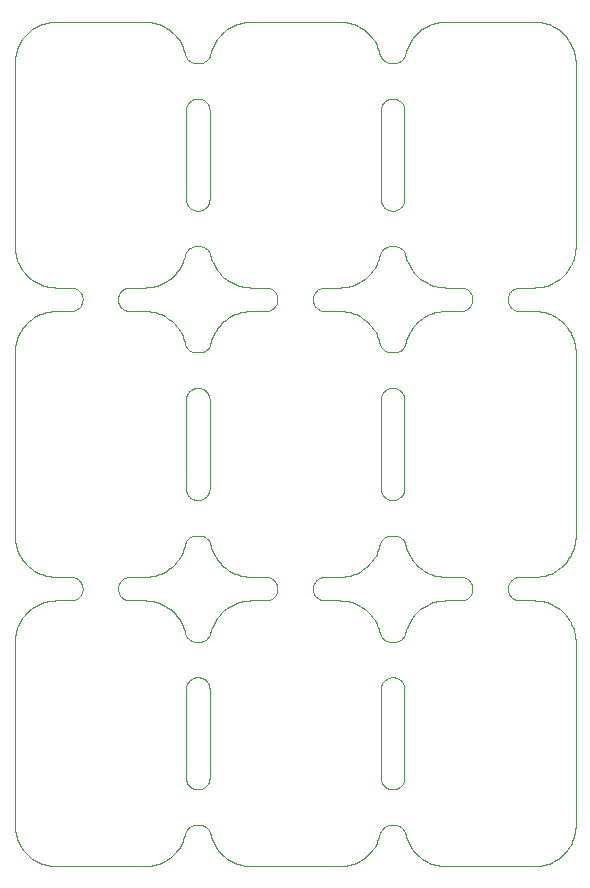
<source format=gbr>
%TF.GenerationSoftware,KiCad,Pcbnew,(6.0.0)*%
%TF.CreationDate,2021-12-29T03:16:53-05:00*%
%TF.ProjectId,panel,70616e65-6c2e-46b6-9963-61645f706362,rev?*%
%TF.SameCoordinates,Original*%
%TF.FileFunction,Profile,NP*%
%FSLAX46Y46*%
G04 Gerber Fmt 4.6, Leading zero omitted, Abs format (unit mm)*
G04 Created by KiCad (PCBNEW (6.0.0)) date 2021-12-29 03:16:53*
%MOMM*%
%LPD*%
G01*
G04 APERTURE LIST*
%TA.AperFunction,Profile*%
%ADD10C,0.100000*%
%TD*%
G04 APERTURE END LIST*
D10*
X47558574Y-85752193D02*
X47631183Y-85758446D01*
X68656483Y-85808875D02*
X68725958Y-85786865D01*
X55596409Y-39275660D02*
X55448900Y-39188924D01*
X89967262Y-65369523D02*
X89893213Y-65208344D01*
X56406438Y-64469707D02*
X56287533Y-64338087D01*
X75716937Y-82726437D02*
X75740994Y-82768359D01*
X75740994Y-82768359D02*
X75762977Y-82811405D01*
X42860808Y-90372606D02*
X42820719Y-90545392D01*
X62213708Y-87790485D02*
X62045162Y-87820778D01*
X74170953Y-45430588D02*
X74211355Y-45403592D01*
X73126933Y-84244799D02*
X73221099Y-84101767D01*
X58546384Y-79207374D02*
X58499553Y-79220334D01*
X57460536Y-54369075D02*
X57431590Y-54330046D01*
X68523321Y-85867901D02*
X68588815Y-85835936D01*
X57270021Y-46046857D02*
X57280667Y-45999446D01*
X77392787Y-63782406D02*
X77249953Y-63876642D01*
X71127408Y-38860808D02*
X70960944Y-38822099D01*
X54804097Y-110088392D02*
X54965991Y-110032965D01*
X58249987Y-106750011D02*
X58394750Y-106750310D01*
X68180595Y-86170953D02*
X68224724Y-86112954D01*
X85111155Y-63173640D02*
X85044896Y-63143292D01*
X56717663Y-89392893D02*
X56623358Y-89249953D01*
X87448609Y-87819575D02*
X87280034Y-87789446D01*
X75822866Y-90530601D02*
X75808524Y-90576759D01*
X87798165Y-110090341D02*
X87966005Y-110032965D01*
X77551107Y-109811083D02*
X77713980Y-109895885D01*
X57752483Y-82324580D02*
X57820482Y-82299450D01*
X44250126Y-60623488D02*
X44398018Y-60720958D01*
X58941647Y-103477014D02*
X58905643Y-103509647D01*
X51566334Y-86384707D02*
X51595048Y-86317723D01*
X64656645Y-87508644D02*
X64599746Y-87554183D01*
X74295886Y-79144295D02*
X74253032Y-79121389D01*
X78034016Y-38967042D02*
X77875276Y-39030366D01*
X68566725Y-63153949D02*
X68523321Y-63132102D01*
X73817340Y-94883715D02*
X73846054Y-94816731D01*
X55443402Y-60814029D02*
X55607220Y-60717594D01*
X75438001Y-57928757D02*
X75476920Y-57957419D01*
X81119090Y-85960538D02*
X81174854Y-86007459D01*
X74807585Y-103748817D02*
X74716705Y-103749712D01*
X81192655Y-62976007D02*
X81156651Y-63008639D01*
X55130500Y-88032769D02*
X54965777Y-87966977D01*
X73224334Y-40403573D02*
X73123365Y-40249939D01*
X75023048Y-69785866D02*
X75069547Y-69799971D01*
X68796865Y-85770026D02*
X68868818Y-85758449D01*
X76597861Y-39964822D02*
X76477733Y-40112149D01*
X74131922Y-79040466D02*
X74094360Y-79009640D01*
X74211353Y-103596415D02*
X74170951Y-103569419D01*
X42967051Y-65533985D02*
X42909674Y-65701825D01*
X88297479Y-109890275D02*
X88449113Y-109810972D01*
X84653606Y-86211355D02*
X84694836Y-86151261D01*
X74004181Y-57972444D02*
X74062025Y-57928746D01*
X62746806Y-63249084D02*
X62572824Y-63253571D01*
X42967042Y-83465998D02*
X43032844Y-83630716D01*
X45033978Y-85532949D02*
X45201818Y-85590326D01*
X75069547Y-94299978D02*
X75115298Y-94316348D01*
X74750014Y-42249997D02*
X74605257Y-42249697D01*
X54627376Y-110139205D02*
X54804097Y-110088392D01*
X87965791Y-87966977D02*
X87797948Y-87909612D01*
X57250999Y-53759935D02*
X57250997Y-46240058D01*
X60606980Y-39481624D02*
X60469515Y-39593720D01*
X44398040Y-39279022D02*
X44255296Y-39373004D01*
X44708110Y-39106906D02*
X44545463Y-39192141D01*
X76833530Y-109283103D02*
X76969694Y-109406436D01*
X59082157Y-54310010D02*
X59054177Y-54349738D01*
X52066718Y-87653951D02*
X52002029Y-87620387D01*
X64989288Y-86595737D02*
X64997320Y-86668171D01*
X62402167Y-110233532D02*
X62572799Y-110246442D01*
X74880189Y-45257443D02*
X74928254Y-45264572D01*
X72661920Y-109287547D02*
X72787349Y-109162129D01*
X48371382Y-62746972D02*
X48333151Y-62809017D01*
X88130723Y-85467156D02*
X88291897Y-85393094D01*
X42822099Y-41539056D02*
X42789470Y-41719722D01*
X74230255Y-106834062D02*
X74274950Y-106815658D01*
X76597869Y-109035194D02*
X76712648Y-109162111D01*
X57491363Y-103406651D02*
X57460536Y-103369089D01*
X76712648Y-109162111D02*
X76833530Y-109283103D01*
X59315970Y-66053761D02*
X59291939Y-66122156D01*
X57170819Y-58492734D02*
X57184030Y-58446239D01*
X75860879Y-107627635D02*
X75907855Y-107792089D01*
X90246034Y-82433675D02*
X90250980Y-82249955D01*
X43185958Y-40556602D02*
X43106805Y-40708314D01*
X42966963Y-41034216D02*
X42907802Y-41208052D01*
X62402154Y-63266483D02*
X62213708Y-63290478D01*
X57404594Y-78789651D02*
X57367897Y-78726686D01*
X59014387Y-57987947D02*
X59050325Y-58020267D01*
X81039658Y-63095407D02*
X80976693Y-63132104D01*
X59229214Y-107247258D02*
X59262970Y-107311412D01*
X64942131Y-61907478D02*
X64957374Y-61953617D01*
X59148091Y-41872809D02*
X59101163Y-41928064D01*
X75969299Y-41028175D02*
X75907816Y-41208052D01*
X89893101Y-89708124D02*
X89810972Y-89550908D01*
X68679459Y-63199032D02*
X68633708Y-63182662D01*
X59182665Y-103116306D02*
X59164070Y-103161199D01*
X75664069Y-45838807D02*
X75682664Y-45883700D01*
X73592198Y-107791955D02*
X73639128Y-107627660D01*
X75734432Y-78429255D02*
X75724952Y-78476913D01*
X51756456Y-62923843D02*
X51709534Y-62868079D01*
X59532752Y-59130477D02*
X59606801Y-59291656D01*
X75539470Y-103369089D02*
X75508644Y-103406651D01*
X78034230Y-61033030D02*
X78202073Y-61090395D01*
X57558354Y-54477001D02*
X57523995Y-54442641D01*
X77708328Y-60893188D02*
X77869507Y-60967238D01*
X75225064Y-91184363D02*
X75179525Y-91200564D01*
X59224945Y-95023100D02*
X59234425Y-95070758D01*
X75046389Y-79207374D02*
X74999558Y-79220334D01*
X74619816Y-94257457D02*
X74668174Y-94252694D01*
X48457367Y-61953617D02*
X48475941Y-62024089D01*
X60212484Y-64338068D02*
X60093578Y-64469687D01*
X43278901Y-40398233D02*
X43185958Y-40556602D01*
X74967114Y-82254727D02*
X75038954Y-82264433D01*
X56291768Y-60157342D02*
X56406422Y-60030313D01*
X51549964Y-61930452D02*
X51566334Y-61884701D01*
X89402160Y-84535178D02*
X89522288Y-84387851D01*
X84584944Y-86339814D02*
X84616909Y-86274320D01*
X64904952Y-86317721D02*
X64933666Y-86384704D01*
X75967056Y-83465998D02*
X76032858Y-83630716D01*
X75514384Y-66512064D02*
X75457624Y-66557160D01*
X68140853Y-61732036D02*
X68180595Y-61670947D01*
X73639135Y-41372372D02*
X73592159Y-41207918D01*
X59234425Y-46070744D02*
X59241554Y-46118810D01*
X75741556Y-95118823D02*
X75747809Y-95191433D01*
X74880189Y-69757450D02*
X74928254Y-69764579D01*
X54971818Y-38969285D02*
X54791941Y-38907802D01*
X51595048Y-86317723D02*
X51616895Y-86274320D01*
X75653957Y-54183275D02*
X75632109Y-54226678D01*
X74943009Y-42247342D02*
X74894732Y-42249701D01*
X75457624Y-42057153D02*
X75397717Y-42097975D01*
X64970334Y-62499553D02*
X64950036Y-62569547D01*
X58788648Y-69903599D02*
X58829050Y-69930595D01*
X88448914Y-88188938D02*
X88291693Y-88106819D01*
X61701849Y-63409673D02*
X61534009Y-63467049D01*
X73879615Y-54247965D02*
X73856709Y-54205111D01*
X43192134Y-65045481D02*
X43106917Y-65208094D01*
X75608159Y-54268957D02*
X75568416Y-54330046D01*
X57612948Y-69974724D02*
X57651255Y-69944829D01*
X75348750Y-54555171D02*
X75288655Y-54596401D01*
X70948602Y-63319568D02*
X70780027Y-63289439D01*
X74532923Y-82254721D02*
X74605282Y-82250299D01*
X89893213Y-65208344D02*
X89814043Y-65056598D01*
X73753686Y-46167167D02*
X73758449Y-46118810D01*
X68019027Y-62452140D02*
X68007450Y-62380187D01*
X57752466Y-66675417D02*
X57708236Y-66655927D01*
X61369291Y-63532851D02*
X61208117Y-63606913D01*
X74557005Y-57752651D02*
X74629511Y-57749997D01*
X68656483Y-61308869D02*
X68725958Y-61286860D01*
X73898837Y-66428061D02*
X73867101Y-66391605D01*
X73985620Y-91012060D02*
X73949682Y-90979740D01*
X58428253Y-69764579D02*
X58499551Y-69779673D01*
X74629511Y-57749997D02*
X74894757Y-57750296D01*
X73590334Y-65701849D02*
X73532958Y-65534009D01*
X58941645Y-45522992D02*
X58976005Y-45557352D01*
X59241554Y-95118824D02*
X59247807Y-95191433D01*
X80888868Y-87673648D02*
X80843532Y-87691136D01*
X75086348Y-42226193D02*
X75038932Y-42235574D01*
X43376490Y-59749846D02*
X43477726Y-59887854D01*
X48499997Y-62241060D02*
X48497313Y-62331832D01*
X75608153Y-70231042D02*
X75632103Y-70273321D01*
X68001197Y-62307577D02*
X68000302Y-62216701D01*
X54280245Y-61210527D02*
X54454590Y-61179279D01*
X77106987Y-63981631D02*
X76969522Y-64093727D01*
X59411578Y-65696036D02*
X59360879Y-65872354D01*
X59190855Y-107185747D02*
X59229214Y-107247258D01*
X42748999Y-66753171D02*
X42748997Y-82246900D01*
X74484925Y-42239387D02*
X74437295Y-42231166D01*
X42789470Y-41719722D02*
X42767054Y-41895676D01*
X75568416Y-103330060D02*
X75539470Y-103369089D01*
X59068411Y-103330060D02*
X59039465Y-103369089D01*
X76106808Y-83791663D02*
X76185978Y-83943409D01*
X90090341Y-90201856D02*
X90032965Y-90034016D01*
X73530715Y-107971832D02*
X73592198Y-107791955D01*
X73817338Y-103116306D02*
X73800968Y-103070555D01*
X75734432Y-102929262D02*
X75724952Y-102976920D01*
X44255296Y-39373004D02*
X44106973Y-39481624D01*
X57252192Y-78308581D02*
X57250999Y-78259942D01*
X75438001Y-82428764D02*
X75476920Y-82457426D01*
X74783298Y-94250309D02*
X74831831Y-94252694D01*
X59120386Y-94752042D02*
X59143292Y-94794895D01*
X80726920Y-61275055D02*
X80797392Y-61293629D01*
X64226914Y-85775056D02*
X64297386Y-85793630D01*
X58000449Y-54720327D02*
X57953617Y-54707367D01*
X42909666Y-83298158D02*
X42967042Y-83465998D01*
X65000004Y-86758947D02*
X64997320Y-86831837D01*
X84605719Y-87204117D02*
X84575371Y-87137858D01*
X57862142Y-79174644D02*
X57817720Y-79154952D01*
X42966963Y-90034230D02*
X42909598Y-90202073D01*
X76192148Y-89545488D02*
X76104136Y-89713980D01*
X73949682Y-90979740D02*
X73915363Y-90945704D01*
X55601760Y-88278915D02*
X55448900Y-88188938D01*
X60337903Y-88712648D02*
X60212484Y-88838075D01*
X59068409Y-94669961D02*
X59095405Y-94710363D01*
X68256463Y-87423845D02*
X68209542Y-87368081D01*
X45545130Y-85679230D02*
X45713713Y-85709531D01*
X56161913Y-109287547D02*
X56287342Y-109162129D01*
X59688931Y-40551093D02*
X59606924Y-40708087D01*
X47976679Y-61367897D02*
X48039644Y-61404594D01*
X57258445Y-102881197D02*
X57252192Y-102808588D01*
X68325160Y-61507456D02*
X68380925Y-61460535D01*
X75086348Y-66726200D02*
X75015066Y-66739400D01*
X75023048Y-94285873D02*
X75069547Y-94299978D01*
X75225690Y-79133105D02*
X75182287Y-79154952D01*
X73985630Y-82487943D02*
X74042390Y-82442847D01*
X87804098Y-38911611D02*
X87627660Y-38860872D01*
X46253100Y-63249004D02*
X46078904Y-63253340D01*
X81333165Y-61690985D02*
X81359161Y-61732038D01*
X57594358Y-54509633D02*
X57558354Y-54477001D01*
X84843370Y-61491361D02*
X84900268Y-61445822D01*
X58976007Y-103442655D02*
X58941647Y-103477014D01*
X62749918Y-110250978D02*
X70246836Y-110251010D01*
X57191483Y-82923255D02*
X57217176Y-82855467D01*
X59291941Y-107377864D02*
X59308518Y-107423266D01*
X73851916Y-107127198D02*
X73898844Y-107071943D01*
X68116902Y-86274320D02*
X68140853Y-86232041D01*
X46066320Y-38753973D02*
X45895701Y-38767051D01*
X71291960Y-110092202D02*
X71465998Y-110032965D01*
X64819412Y-61670949D02*
X64859154Y-61732038D01*
X75744240Y-53857033D02*
X75738292Y-53905259D01*
X52465701Y-63248701D02*
X52417168Y-63246317D01*
X58868079Y-94459548D02*
X58905641Y-94490374D01*
X58081097Y-42248812D02*
X58032893Y-42245273D01*
X75204117Y-94355719D02*
X75246971Y-94378625D01*
X68095055Y-87182281D02*
X68066341Y-87115297D01*
X43380267Y-89244874D02*
X43279035Y-89398032D01*
X84807366Y-62976004D02*
X84756470Y-62923843D01*
X59360872Y-107627635D02*
X59407848Y-107792089D01*
X47774042Y-85786863D02*
X47843518Y-85808872D01*
X51499997Y-86741064D02*
X51502680Y-86668174D01*
X59407809Y-41208052D02*
X59360879Y-41372347D01*
X89627003Y-40255296D02*
X89518538Y-40107173D01*
X90140689Y-107621338D02*
X90179288Y-107454629D01*
X74928254Y-94264586D02*
X74975912Y-94274066D01*
X57184030Y-107446253D02*
X57199495Y-107400459D01*
X73975723Y-94611962D02*
X74023998Y-94557366D01*
X57208059Y-90622157D02*
X57191482Y-90576755D01*
X75160191Y-45334929D02*
X75204117Y-45355705D01*
X60093727Y-60030485D02*
X60212641Y-60162097D01*
X45889485Y-63267771D02*
X45719748Y-63289473D01*
X74605282Y-82250299D02*
X74870529Y-82250007D01*
X73717183Y-82855467D02*
X73737039Y-82811398D01*
X56030313Y-64093578D02*
X55892840Y-63981492D01*
X56402146Y-109035185D02*
X56522274Y-108887858D01*
X43969680Y-84906429D02*
X44107153Y-85018515D01*
X70597840Y-38766475D02*
X70427208Y-38753565D01*
X80774057Y-87713146D02*
X80703151Y-87729985D01*
X75741562Y-102881196D02*
X75734432Y-102929262D01*
X64274050Y-87713146D02*
X64203144Y-87729985D01*
X57270789Y-58247237D02*
X57309150Y-58185724D01*
X47997966Y-85879615D02*
X48060011Y-85917846D01*
X74894732Y-42249701D02*
X74750014Y-42249997D01*
X45201818Y-85590326D02*
X45372347Y-85639128D01*
X80509949Y-61250999D02*
X80558587Y-61252192D01*
X72250061Y-85123365D02*
X72393027Y-85018376D01*
X57817720Y-79154952D02*
X57753030Y-79121389D01*
X75015066Y-91239407D02*
X74967091Y-91245293D01*
X72249874Y-63876512D02*
X72101767Y-63778908D01*
X74252473Y-42175410D02*
X74208243Y-42155920D01*
X73879615Y-78747972D02*
X73856709Y-78705118D01*
X73800968Y-103070555D02*
X73786863Y-103024056D01*
X76712648Y-60162097D02*
X76838075Y-60287516D01*
X55892840Y-39481485D02*
X55755133Y-39380267D01*
X58656485Y-57792189D02*
X58725075Y-57815653D01*
X73856709Y-78705118D02*
X73835933Y-78661192D01*
X48404945Y-62682282D02*
X48371382Y-62746972D01*
X90232956Y-66395708D02*
X90211442Y-66226163D01*
X57774943Y-106815658D02*
X57843534Y-106792195D01*
X73018376Y-64606980D02*
X72906280Y-64469515D01*
X70786299Y-85709529D02*
X70954845Y-85679236D01*
X57753030Y-79121389D02*
X57711352Y-79096408D01*
X55448900Y-39188924D02*
X55291679Y-39106805D01*
X45902160Y-61233518D02*
X46072792Y-61246428D01*
X89895885Y-108286041D02*
X89967252Y-108130514D01*
X75334983Y-91134318D02*
X75291755Y-91155944D01*
X81119090Y-87539471D02*
X81060025Y-87582162D01*
X43964822Y-109402160D02*
X44102084Y-109514498D01*
X58538947Y-106764440D02*
X58586362Y-106773821D01*
X73737039Y-82811398D02*
X73759023Y-82768352D01*
X74102284Y-66597972D02*
X74062013Y-66571243D01*
X55892840Y-63981492D02*
X55749867Y-63876512D01*
X56030313Y-88593585D02*
X55892840Y-88481499D01*
X73691490Y-82923255D02*
X73717183Y-82855467D01*
X72393027Y-109518383D02*
X72530492Y-109406287D01*
X76712491Y-88838075D02*
X76593585Y-88969694D01*
X59240984Y-90731662D02*
X59204137Y-90794093D01*
X87966005Y-61032951D02*
X88130723Y-60967149D01*
X68140853Y-86232041D02*
X68180595Y-86170953D01*
X84501204Y-62307577D02*
X84500309Y-62216701D01*
X68523321Y-63132102D02*
X68481042Y-63108151D01*
X74122911Y-57889399D02*
X74165031Y-57865689D01*
X75459037Y-45539961D02*
X75508638Y-45593356D01*
X74556980Y-42247337D02*
X74484925Y-42239387D01*
X59132102Y-70273321D02*
X59153949Y-70316724D01*
X72101767Y-63778908D02*
X71948907Y-63688931D01*
X81333165Y-86190986D02*
X81371396Y-86253031D01*
X77551107Y-85311076D02*
X77708328Y-85393195D01*
X71297941Y-63409605D02*
X71127408Y-63360815D01*
X87454852Y-110179243D02*
X87627635Y-110139142D01*
X57032951Y-65534009D02*
X56964608Y-65363573D01*
X78551412Y-85680439D02*
X78719987Y-85710568D01*
X75387051Y-69974724D02*
X75423845Y-70006462D01*
X47750547Y-63219333D02*
X47703136Y-63229979D01*
X54804097Y-61088378D02*
X54965991Y-61032951D01*
X81099753Y-63054177D02*
X81039658Y-63095407D01*
X64518965Y-61391848D02*
X64560017Y-61417845D01*
X74413666Y-57773800D02*
X74461082Y-57764419D01*
X71630484Y-109967262D02*
X71786045Y-109895880D01*
X74131922Y-54540459D02*
X74094360Y-54509633D01*
X64692649Y-87476012D02*
X64656645Y-87508644D01*
X80933291Y-87653957D02*
X80888868Y-87673648D01*
X74461082Y-106764433D02*
X74508900Y-106757378D01*
X51861948Y-87524282D02*
X51807352Y-87476006D01*
X51666843Y-87309016D02*
X51628611Y-87246971D01*
X77875276Y-39030366D02*
X77708124Y-39106906D01*
X45201842Y-87909680D02*
X45034002Y-87967056D01*
X57907478Y-79192131D02*
X57862142Y-79174644D01*
X76481483Y-108892834D02*
X76597869Y-109035194D01*
X75567699Y-82537083D02*
X75601177Y-82571946D01*
X75514394Y-57987947D02*
X75550332Y-58020267D01*
X57460536Y-103369089D02*
X57431590Y-103330060D01*
X75741556Y-46118809D02*
X75747809Y-46191419D01*
X80976693Y-63132104D02*
X80911199Y-63164070D01*
X52133702Y-87682664D02*
X52066718Y-87653951D01*
X74112952Y-103525290D02*
X74076158Y-103493551D01*
X57432308Y-66462924D02*
X57398830Y-66428061D01*
X57322925Y-82665872D02*
X57351909Y-82627191D01*
X73314036Y-65056598D02*
X73217670Y-64892886D01*
X59229979Y-78453143D02*
X59219333Y-78500553D01*
X75967056Y-58965991D02*
X76032858Y-59130709D01*
X73758447Y-102881197D02*
X73752194Y-102808587D01*
X48119075Y-61460536D02*
X48174839Y-61507458D01*
X57032951Y-90034016D02*
X56967149Y-89869298D01*
X74783298Y-69750302D02*
X74831831Y-69752687D01*
X90246034Y-57933668D02*
X90250980Y-57749955D01*
X68057876Y-62592521D02*
X68035866Y-62523046D01*
X76969522Y-64093727D02*
X76837910Y-64212641D01*
X70960944Y-38822099D02*
X70780027Y-38789432D01*
X87110509Y-63267769D02*
X86921093Y-63253339D01*
X58660189Y-94334944D02*
X58704115Y-94355719D01*
X53746882Y-87749000D02*
X52490059Y-87749001D01*
X75179525Y-91200564D02*
X75133250Y-91214523D01*
X73915371Y-58054293D02*
X73967463Y-58003877D01*
X73775058Y-95023100D02*
X73786865Y-94975965D01*
X84740374Y-61594357D02*
X84789975Y-61540962D01*
X74581104Y-91248826D02*
X74532900Y-91245287D01*
X61363585Y-109964627D02*
X61534223Y-110033044D01*
X48499997Y-86741062D02*
X48497313Y-86831837D01*
X58767964Y-54609147D02*
X58725685Y-54633098D01*
X80843532Y-63191131D02*
X80774056Y-63213140D01*
X74102297Y-82402025D02*
X74165031Y-82365696D01*
X73123495Y-59749867D02*
X73221099Y-59601760D01*
X80631198Y-87741562D02*
X80558589Y-87747815D01*
X81498817Y-62192422D02*
X81499712Y-62283299D01*
X74894732Y-91249715D02*
X74629485Y-91250007D01*
X75133270Y-82285499D02*
X75179544Y-82299459D01*
X57753028Y-94378625D02*
X57795882Y-94355719D01*
X89893202Y-83791686D02*
X89967252Y-83630507D01*
X64995236Y-62143962D02*
X64998810Y-62192422D01*
X72906429Y-84530320D02*
X73018515Y-84392847D01*
X58168170Y-79247320D02*
X58119812Y-79242557D01*
X59778908Y-40398233D02*
X59688931Y-40551093D01*
X45713713Y-85709531D02*
X45902160Y-85733525D01*
X90032956Y-83466022D02*
X90090333Y-83298182D01*
X51535859Y-61976952D02*
X51549964Y-61930452D01*
X72906280Y-88969522D02*
X72787366Y-88837910D01*
X59876512Y-64750133D02*
X59778908Y-64898240D01*
X59229211Y-66252763D02*
X59190850Y-66314276D01*
X57300967Y-103070555D02*
X57286861Y-103024056D01*
X75653951Y-70316724D02*
X75673642Y-70361147D01*
X48080046Y-63068411D02*
X48018958Y-63108153D01*
X73931594Y-70169954D02*
X73960540Y-70130925D01*
X59778908Y-89398247D02*
X59692141Y-89545488D01*
X54273824Y-38788563D02*
X54104065Y-38767028D01*
X73809157Y-107185738D02*
X73851916Y-107127198D01*
X59164067Y-94838822D02*
X59182663Y-94883715D01*
X61701849Y-87909680D02*
X61534009Y-87967056D01*
X57984918Y-91239401D02*
X57913638Y-91226200D01*
X48489281Y-86595737D02*
X48497313Y-86668171D01*
X51595048Y-87182281D02*
X51566334Y-87115297D01*
X85368824Y-61258443D02*
X85441433Y-61252190D01*
X68941427Y-85752196D02*
X68990065Y-85751003D01*
X44869284Y-88032858D02*
X44708110Y-88106920D01*
X58515059Y-42239393D02*
X58467084Y-42245279D01*
X72787523Y-84661939D02*
X72906429Y-84530320D01*
X48305172Y-87348750D02*
X48275277Y-87387057D01*
X75115298Y-45316334D02*
X75160191Y-45334929D01*
X62572799Y-110246442D02*
X62749918Y-110250978D01*
X73684037Y-58446239D02*
X73708068Y-58377844D01*
X58380187Y-45257443D02*
X58428253Y-45264572D01*
X81359161Y-61732038D02*
X81383112Y-61774316D01*
X59206373Y-78547385D02*
X59191130Y-78593524D01*
X72530320Y-39593571D02*
X72397916Y-39485509D01*
X74619814Y-103742564D02*
X74571748Y-103735435D01*
X54798151Y-85590334D02*
X54965991Y-85532958D01*
X57208059Y-66122150D02*
X57191482Y-66076748D01*
X57523995Y-54442641D02*
X57491363Y-54406637D01*
X59464876Y-107959909D02*
X59532851Y-108130723D01*
X58467084Y-42245279D02*
X58394725Y-42249701D01*
X47509935Y-61250999D02*
X47558573Y-61252192D01*
X86927190Y-85746436D02*
X87097860Y-85733524D01*
X76106808Y-59291656D02*
X76185978Y-59443402D01*
X68361955Y-63024280D02*
X68307359Y-62976004D01*
X43279035Y-89398032D02*
X43192134Y-89545488D01*
X64833158Y-86190986D02*
X64871389Y-86253031D01*
X73758447Y-78381190D02*
X73752194Y-78308580D01*
X61534009Y-87967056D02*
X61369291Y-88032858D01*
X42749016Y-106749953D02*
X42753577Y-106927443D01*
X59873074Y-89255215D02*
X59778908Y-89398247D01*
X89161927Y-60287533D02*
X89287356Y-60162115D01*
X64155267Y-85761716D02*
X64226914Y-85775056D01*
X88601774Y-63778908D02*
X88448914Y-63688931D01*
X56893076Y-108291920D02*
X56967139Y-108130746D01*
X75673642Y-70361147D02*
X75691130Y-70406482D01*
X73751002Y-95240072D02*
X73752196Y-95191433D01*
X73708068Y-107377858D02*
X73726842Y-107333318D01*
X76969694Y-84906429D02*
X77107167Y-85018515D01*
X68523322Y-87632103D02*
X68481043Y-87608153D01*
X89811083Y-108448914D02*
X89895885Y-108286041D01*
X75822867Y-58469410D02*
X75860879Y-58627621D01*
X74343522Y-42207804D02*
X74297602Y-42192718D01*
X73765578Y-70570751D02*
X73775058Y-70523093D01*
X60469687Y-60406422D02*
X60607160Y-60518508D01*
X89030327Y-88593585D02*
X88892854Y-88481499D01*
X73590334Y-90201856D02*
X73532958Y-90034016D01*
X68014579Y-62071745D02*
X68029673Y-62000447D01*
X76712648Y-84662104D02*
X76838075Y-84787523D01*
X74430458Y-45299964D02*
X74476957Y-45285859D01*
X57247759Y-90710266D02*
X57226833Y-90666696D01*
X54097846Y-85733524D02*
X54286292Y-85709529D01*
X58829050Y-69930595D02*
X58868079Y-69959541D01*
X84789975Y-61540962D02*
X84843370Y-61491361D01*
X57730248Y-57834048D02*
X57797613Y-57807265D01*
X76593734Y-84530492D02*
X76712648Y-84662104D01*
X44102084Y-109514498D02*
X44249918Y-109623357D01*
X68224724Y-86112954D02*
X68256463Y-86076160D01*
X72393027Y-85018376D02*
X72530492Y-84906280D01*
X71127408Y-63360815D02*
X70948602Y-63319568D01*
X78889512Y-110232245D02*
X79072553Y-110246429D01*
X59050325Y-107020281D02*
X59084644Y-107054317D01*
X56967139Y-59130732D02*
X57030708Y-58971818D01*
X51628611Y-87246971D02*
X51595048Y-87182281D01*
X73755770Y-95142973D02*
X73765578Y-95070758D01*
X59024282Y-78888052D02*
X58992544Y-78924846D01*
X75746325Y-102832839D02*
X75741562Y-102881196D01*
X52368810Y-61258443D02*
X52441419Y-61252190D01*
X74999558Y-54720327D02*
X74952147Y-54730973D01*
X51880918Y-61460535D02*
X51939982Y-61417843D01*
X57890116Y-66720637D02*
X57843515Y-66707811D01*
X73898844Y-107071943D02*
X73932323Y-107037079D01*
X52111141Y-63173640D02*
X52066718Y-63153949D01*
X76481499Y-89107167D02*
X76373081Y-89255215D01*
X48243538Y-62923846D02*
X48192641Y-62976007D01*
X88130514Y-63532762D02*
X87971832Y-63469292D01*
X73639135Y-90372386D02*
X73590334Y-90201856D01*
X72250082Y-39376650D02*
X72101767Y-39278901D01*
X57913638Y-42226186D02*
X57866737Y-42214501D01*
X62389492Y-38767764D02*
X62219755Y-38789466D01*
X58918009Y-91084871D02*
X58877096Y-91110608D01*
X76185978Y-59443402D02*
X76282344Y-59607114D01*
X74476957Y-69785866D02*
X74524092Y-69774059D01*
X89518367Y-59893040D02*
X89619740Y-59755133D01*
X58586362Y-106773821D02*
X58633263Y-106785506D01*
X68166850Y-87309016D02*
X68128618Y-87246971D01*
X57417843Y-45689982D02*
X57445822Y-45650255D01*
X84529680Y-86999552D02*
X84514586Y-86928254D01*
X74967114Y-57754720D02*
X75015089Y-57760606D01*
X81464148Y-61976954D02*
X81480987Y-62047860D01*
X89522288Y-84387851D02*
X89623502Y-84249874D01*
X75246977Y-54621382D02*
X75204123Y-54644288D01*
X57961075Y-57764419D02*
X58032916Y-57754714D01*
X74508900Y-106757378D02*
X74557005Y-106752665D01*
X51939983Y-85917848D02*
X52002028Y-85879617D01*
X45545155Y-87820778D02*
X45372372Y-87860879D01*
X58976913Y-57957419D02*
X59014387Y-57987947D01*
X58592521Y-69807876D02*
X58660189Y-69834937D01*
X57651255Y-69944829D02*
X57690983Y-69916849D01*
X58682282Y-54654945D02*
X58637859Y-54674637D01*
X74716705Y-54749698D02*
X74668172Y-54747313D01*
X75539464Y-94630931D02*
X75568410Y-94669960D01*
X80703151Y-87729985D02*
X80631198Y-87741562D01*
X59606924Y-40708087D02*
X59532861Y-40869261D01*
X74170953Y-69930595D02*
X74211355Y-69903599D01*
X89157366Y-84791767D02*
X89287356Y-84662122D01*
X59322860Y-82969417D02*
X59360872Y-83127628D01*
X57711352Y-79096408D02*
X57670949Y-79069412D01*
X57839810Y-54665063D02*
X57795884Y-54644288D01*
X73758447Y-53881183D02*
X73752194Y-53808573D01*
X52490058Y-85751003D02*
X53753194Y-85750923D01*
X59409673Y-83298158D02*
X59467049Y-83465998D01*
X58467107Y-57754720D02*
X58515082Y-57760606D01*
X75808525Y-82923259D02*
X75822867Y-82969417D01*
X56967238Y-83630507D02*
X57035128Y-83459890D01*
X56623488Y-108749881D02*
X56721092Y-108601774D01*
X68796864Y-61270020D02*
X68868817Y-61258443D01*
X74524090Y-103725955D02*
X74476955Y-103714148D01*
X44107153Y-85018515D02*
X44250126Y-85123495D01*
X78545169Y-87820778D02*
X78372386Y-87860879D01*
X76278915Y-40398233D02*
X76188938Y-40551093D01*
X47509937Y-87749009D02*
X46246799Y-87749091D01*
X59084636Y-66445707D02*
X59050317Y-66479743D01*
X85320760Y-87734426D02*
X85273102Y-87724946D01*
X55448900Y-88188938D02*
X55291679Y-88106819D01*
X59532851Y-83630716D02*
X59606801Y-83791663D01*
X75682664Y-45883700D02*
X75699034Y-45929451D01*
X60898240Y-109721106D02*
X61056609Y-109814049D01*
X60898240Y-85221099D02*
X61051100Y-85311076D01*
X44551093Y-109811083D02*
X44713966Y-109895885D01*
X88750089Y-39376650D02*
X88601774Y-39278901D01*
X47797379Y-63206373D02*
X47750547Y-63219333D01*
X44107153Y-60518508D02*
X44250126Y-60623488D01*
X59224945Y-46023086D02*
X59234425Y-46070744D01*
X81475955Y-86975919D02*
X81457381Y-87046390D01*
X57300965Y-94929466D02*
X57317335Y-94883715D01*
X51524052Y-62475910D02*
X51514572Y-62428252D01*
X57139128Y-65872379D02*
X57090327Y-65701849D01*
X60093578Y-64469687D02*
X59981492Y-64607160D01*
X89895885Y-59286027D02*
X89967252Y-59130500D01*
X75749002Y-95240071D02*
X75749008Y-102759948D01*
X89035194Y-109402152D02*
X89162111Y-109287373D01*
X81500011Y-86758947D02*
X81497327Y-86831837D01*
X89161946Y-64212484D02*
X89030327Y-64093578D01*
X57139128Y-90372386D02*
X57090327Y-90201856D01*
X57594358Y-79009640D02*
X57558354Y-78977008D01*
X88449113Y-109810972D02*
X88596434Y-109724341D01*
X73835936Y-70338815D02*
X73856711Y-70294888D01*
X59108153Y-78768965D02*
X59082157Y-78810017D01*
X85368825Y-85758449D02*
X85441434Y-85752196D01*
X76282344Y-84107121D02*
X76376649Y-84250061D01*
X72662104Y-60287359D02*
X72787523Y-60161932D01*
X59609739Y-108297479D02*
X59689042Y-108449113D01*
X73691489Y-66076748D02*
X73677147Y-66030590D01*
X73856711Y-70294888D02*
X73879617Y-70252035D01*
X57937288Y-66731173D02*
X57890116Y-66720637D01*
X57252191Y-46191420D02*
X57255765Y-46142960D01*
X81424651Y-62637859D02*
X81394302Y-62704118D01*
X84709548Y-62868079D02*
X84680602Y-62829050D01*
X90211444Y-58273824D02*
X90232979Y-58104065D01*
X57523995Y-78942648D02*
X57491363Y-78906644D01*
X46078904Y-63253340D02*
X45889485Y-63267771D01*
X51724717Y-86112954D02*
X51772993Y-86058358D01*
X72397916Y-39485509D02*
X72250082Y-39376650D01*
X74484948Y-82260607D02*
X74532923Y-82254721D01*
X74297602Y-91192732D02*
X74252473Y-91175424D01*
X73765576Y-78429255D02*
X73758447Y-78381190D01*
X73991364Y-103406651D02*
X73960538Y-103369089D01*
X78713590Y-38790493D02*
X78545169Y-38820764D01*
X73759023Y-58268345D02*
X73783081Y-58226422D01*
X58679518Y-91200564D02*
X58633243Y-91214523D01*
X64009944Y-87749009D02*
X62746806Y-87749091D01*
X57432308Y-41962917D02*
X57382740Y-41910020D01*
X64790466Y-86131922D02*
X64833158Y-86190986D01*
X70597853Y-61233517D02*
X70786299Y-61209522D01*
X48319405Y-86170951D02*
X48346401Y-86211353D01*
X43838080Y-88712474D02*
X43712651Y-88837892D01*
X81457381Y-86453619D02*
X81475955Y-86524090D01*
X45201818Y-61090319D02*
X45372347Y-61139121D01*
X81192655Y-61523995D02*
X81243551Y-61576156D01*
X75568416Y-78830053D02*
X75524288Y-78888052D01*
X53927176Y-61246429D02*
X54097846Y-61233517D01*
X72107227Y-85217601D02*
X72250061Y-85123365D01*
X81174854Y-87492549D02*
X81119090Y-87539471D01*
X87627635Y-85639135D02*
X87798165Y-85590334D01*
X73931592Y-103330060D02*
X73904596Y-103289658D01*
X74023094Y-66542581D02*
X73985620Y-66512053D01*
X80797393Y-85793630D02*
X80866307Y-85817338D01*
X73904596Y-103289658D02*
X73879615Y-103247979D01*
X61369500Y-60967238D02*
X61534223Y-61033030D01*
X74508900Y-57757364D02*
X74557005Y-57752651D01*
X73867101Y-41891598D02*
X73837183Y-41853637D01*
X86753208Y-85750923D02*
X86927190Y-85746436D01*
X62045162Y-38820764D02*
X61872624Y-38860802D01*
X57367897Y-78726686D02*
X57346050Y-78683283D01*
X59247807Y-46191419D02*
X59249001Y-46240058D01*
X64411192Y-85835933D02*
X64455119Y-85856709D01*
X73532958Y-90034016D02*
X73467156Y-89869298D01*
X73867901Y-94773328D02*
X73891852Y-94731049D01*
X59213138Y-45975951D02*
X59224945Y-46023086D01*
X85202630Y-87706372D02*
X85133716Y-87682664D01*
X71465784Y-38966963D02*
X71291948Y-38907802D01*
X59238287Y-78405266D02*
X59229979Y-78453143D01*
X75762975Y-90688616D02*
X75740991Y-90731662D01*
X58032893Y-42245273D02*
X57984918Y-42239387D01*
X44869284Y-63532851D02*
X44708110Y-63606913D01*
X90090409Y-58797934D02*
X90139199Y-58627401D01*
X78201856Y-63409673D02*
X78034016Y-63467049D01*
X58380187Y-94257457D02*
X58428253Y-94264586D01*
X73800968Y-54070541D02*
X73786863Y-54024042D01*
X43964813Y-39597855D02*
X43837896Y-39712634D01*
X47631183Y-61258445D02*
X47703135Y-61270022D01*
X57261713Y-46094734D02*
X57270021Y-46046857D01*
X75387057Y-79025283D02*
X75329058Y-79069412D01*
X58679537Y-106799466D02*
X58725075Y-106815667D01*
X52111141Y-85826363D02*
X52156476Y-85808875D01*
X64894295Y-87204123D02*
X64859154Y-87267970D01*
X86746887Y-63249000D02*
X85490072Y-63249000D01*
X76837910Y-64212641D02*
X76712491Y-64338068D01*
X58682280Y-45345048D02*
X58746969Y-45378611D01*
X58959038Y-54460032D02*
X58923845Y-54493537D01*
X90211444Y-82773831D02*
X90232979Y-82604072D01*
X75288649Y-94403606D02*
X75329052Y-94430602D01*
X64599745Y-61445824D02*
X64656644Y-61491363D01*
X74023996Y-78942648D02*
X73991364Y-78906644D01*
X42767051Y-82604299D02*
X42788565Y-82773844D01*
X52023314Y-63132102D02*
X51960350Y-63095405D01*
X73786865Y-45975951D02*
X73800970Y-45929452D01*
X61051100Y-60811069D02*
X61208321Y-60893188D01*
X75782831Y-90644547D02*
X75762975Y-90688616D01*
X64203143Y-63229979D02*
X64131190Y-63241557D01*
X58923845Y-78993544D02*
X58887051Y-79025283D01*
X79078933Y-85746668D02*
X79253107Y-85750999D01*
X73467156Y-40869284D02*
X73390268Y-40702528D01*
X56287516Y-84661939D02*
X56406422Y-84530320D01*
X56895866Y-40713955D02*
X56807852Y-40545463D01*
X62572824Y-87753578D02*
X62402154Y-87766490D01*
X58592523Y-103692138D02*
X58546384Y-103707381D01*
X88750068Y-85123365D02*
X88892834Y-85018531D01*
X58081097Y-91248826D02*
X58032893Y-91245287D01*
X75459043Y-78960038D02*
X75423851Y-78993544D01*
X45372372Y-87860879D02*
X45201842Y-87909680D01*
X47558574Y-63247810D02*
X47509936Y-63249003D01*
X68002687Y-86831830D02*
X68000004Y-86741064D01*
X52320745Y-63234424D02*
X52273087Y-63224945D01*
X59247807Y-70691426D02*
X59249001Y-70740065D01*
X75699034Y-94929465D02*
X75713140Y-94975965D01*
X58428253Y-94264586D02*
X58475911Y-94274066D01*
X64226913Y-61275055D02*
X64274049Y-61286861D01*
X81243552Y-86076157D02*
X81290473Y-86131922D01*
X47631183Y-63241557D02*
X47558574Y-63247810D01*
X59407848Y-107792089D02*
X59464876Y-107959909D01*
X57866737Y-42214501D02*
X57820463Y-42200541D01*
X59054177Y-78849745D02*
X59024282Y-78888052D01*
X74571748Y-54735421D02*
X74524090Y-54725941D01*
X57252191Y-95191434D02*
X57255765Y-95142974D01*
X64692648Y-62976007D02*
X64638053Y-63024282D01*
X60749946Y-63876642D02*
X60606980Y-63981631D01*
X78713715Y-87790485D02*
X78545169Y-87820778D01*
X70954845Y-110179243D02*
X71127383Y-110139205D01*
X73670826Y-107492748D02*
X73684037Y-107446253D01*
X75964879Y-65540117D02*
X75909612Y-65702066D01*
X51507443Y-62380187D02*
X51502680Y-62331829D01*
X77869298Y-63532851D02*
X77708124Y-63606913D01*
X73835933Y-54161185D02*
X73817338Y-54116292D01*
X74094360Y-54509633D02*
X74058356Y-54477000D01*
X54097846Y-61233517D02*
X54280245Y-61210527D01*
X79253107Y-85750999D02*
X80509950Y-85751000D01*
X60469515Y-88593734D02*
X60337903Y-88712648D01*
X52441421Y-87747808D02*
X52368811Y-87741556D01*
X57252191Y-70691427D02*
X57255765Y-70642967D01*
X59213140Y-103024056D02*
X59199035Y-103070555D01*
X56406422Y-60030313D02*
X56518508Y-59892840D01*
X75643299Y-103205125D02*
X75620393Y-103247979D01*
X59190850Y-66314276D02*
X59162819Y-66353653D01*
X64366300Y-85817338D02*
X64411192Y-85835933D01*
X57631920Y-79040466D02*
X57594358Y-79009640D01*
X57308869Y-45906476D02*
X57326357Y-45861140D01*
X45034002Y-38967042D02*
X44875262Y-39030366D01*
X51502680Y-62331829D02*
X51500295Y-62283296D01*
X84519034Y-86547863D02*
X84535873Y-86476957D01*
X73795870Y-82705921D02*
X73822932Y-82665872D01*
X45719973Y-110210575D02*
X45895928Y-110232979D01*
X71465998Y-61032951D02*
X71630716Y-60967149D01*
X68307359Y-87476006D02*
X68256463Y-87423845D01*
X42820714Y-58454590D02*
X42862477Y-58633535D01*
X48489281Y-86904272D02*
X48475941Y-86975919D01*
X75539470Y-54369075D02*
X75508644Y-54406637D01*
X57690983Y-45416842D02*
X57732036Y-45390846D01*
X75334998Y-106865713D02*
X75397730Y-106902042D01*
X58467107Y-82254727D02*
X58515082Y-82260613D01*
X75309016Y-69916849D02*
X75348744Y-69944828D01*
X78889512Y-61232231D02*
X79078929Y-61246661D01*
X57322920Y-90834133D02*
X57283070Y-90773577D01*
X75247541Y-106824597D02*
X75291771Y-106844087D01*
X87280034Y-87789446D02*
X87110509Y-87767776D01*
X70597853Y-85733524D02*
X70786299Y-85709529D01*
X89518538Y-64607180D02*
X89406452Y-64469707D01*
X68523321Y-61367896D02*
X68588815Y-61335930D01*
X76373081Y-64755208D02*
X76278915Y-64898240D01*
X51542626Y-86453621D02*
X51566334Y-86384707D01*
X74831831Y-69752687D02*
X74880189Y-69757450D01*
X43376490Y-84249853D02*
X43477726Y-84387861D01*
X58877096Y-42110594D02*
X58813494Y-42145381D01*
X74042390Y-106942854D02*
X74102297Y-106902032D01*
X84605719Y-61795882D02*
X84640860Y-61732036D01*
X68002687Y-86668174D02*
X68010720Y-86595740D01*
X90137500Y-83133652D02*
X90179288Y-82954622D01*
X80866307Y-85817338D02*
X80933290Y-85846052D01*
X43278888Y-84101746D02*
X43376490Y-84249853D01*
X64297386Y-85793630D02*
X64366300Y-85817338D01*
X73467156Y-89869298D02*
X73393206Y-89708351D01*
X72661939Y-88712491D02*
X72530320Y-88593585D01*
X54966015Y-63467058D02*
X54798175Y-63409681D01*
X59190850Y-41814269D02*
X59148091Y-41872809D01*
X85441433Y-61252190D02*
X85490071Y-61250997D01*
X68128618Y-62746969D02*
X68095055Y-62682280D01*
X88291897Y-85393094D02*
X88449113Y-85310965D01*
X75704148Y-107205936D02*
X75740994Y-107268366D01*
X73737037Y-41688595D02*
X73708066Y-41622143D01*
X64082832Y-61253682D02*
X64155266Y-61261715D01*
X89522288Y-108887858D02*
X89623502Y-108749881D01*
X84575371Y-87137858D02*
X84549978Y-87069546D01*
X58499553Y-54720327D02*
X58452142Y-54730973D01*
X68633709Y-87682664D02*
X68566725Y-87653951D01*
X64476687Y-87632110D02*
X64411193Y-87664075D01*
X80679262Y-61265575D02*
X80726920Y-61275055D01*
X76032858Y-83630716D02*
X76106808Y-83791663D01*
X73677147Y-90530597D02*
X73639135Y-90372386D01*
X74131924Y-69959541D02*
X74170953Y-69930595D01*
X51500295Y-62283296D02*
X51500295Y-62216701D01*
X75086369Y-106773821D02*
X75133270Y-106785506D01*
X52002028Y-85879617D02*
X52066718Y-85846054D01*
X74165016Y-66634301D02*
X74102284Y-66597972D01*
X45033978Y-61032942D02*
X45201818Y-61090319D01*
X73949682Y-41979726D02*
X73898837Y-41928054D01*
X45713713Y-61209524D02*
X45902160Y-61233518D01*
X57177141Y-82969413D02*
X57191483Y-82923255D01*
X78202073Y-61090395D02*
X78372606Y-61139185D01*
X81060025Y-87582162D02*
X80997980Y-87620394D01*
X53927176Y-85746436D02*
X54097846Y-85733524D01*
X56287342Y-109162129D02*
X56402146Y-109035185D01*
X51772992Y-61558353D02*
X51807352Y-61523993D01*
X75747814Y-78308580D02*
X75744240Y-78357040D01*
X74524092Y-94274066D02*
X74571750Y-94264586D01*
X74476955Y-103714148D02*
X74430456Y-103700043D01*
X56161932Y-88712491D02*
X56030313Y-88593585D01*
X42767051Y-58104292D02*
X42788565Y-58273837D01*
X73221099Y-84101767D02*
X73307866Y-83954526D01*
X77869298Y-88032858D02*
X77708124Y-88106920D01*
X68256463Y-86076160D02*
X68289969Y-86040967D01*
X81227015Y-62941647D02*
X81192655Y-62976007D01*
X71636422Y-39035380D02*
X71465784Y-38966963D01*
X88596434Y-109724341D02*
X88749860Y-109623517D01*
X84960364Y-85904598D02*
X85023328Y-85867901D01*
X51507443Y-62119811D02*
X51514572Y-62071745D01*
X81433673Y-87115304D02*
X81415078Y-87160197D01*
X52368811Y-63241554D02*
X52320745Y-63234424D01*
X56626926Y-84244799D02*
X56721092Y-84101767D01*
X57774315Y-69866902D02*
X57817718Y-69845055D01*
X72392847Y-88481499D02*
X72249874Y-88376519D01*
X75405643Y-94490374D02*
X75441647Y-94523006D01*
X45551398Y-110180446D02*
X45719973Y-110210575D01*
X87097860Y-61233517D02*
X87286306Y-61209522D01*
X74831831Y-45252680D02*
X74880189Y-45257443D01*
X78195910Y-38911615D02*
X78034016Y-38967042D01*
X46072792Y-61246428D02*
X46246806Y-61250919D01*
X59101163Y-41928064D02*
X59050317Y-41979736D01*
X58868079Y-45459534D02*
X58905641Y-45490360D01*
X58418903Y-82251188D02*
X58467107Y-82254727D01*
X75808524Y-90576759D02*
X75782831Y-90644547D01*
X48319405Y-61670949D02*
X48359147Y-61732038D01*
X56030293Y-60406438D02*
X56157352Y-60291760D01*
X75368087Y-103540473D02*
X75329058Y-103569419D01*
X85368825Y-87741556D02*
X85320760Y-87734426D01*
X45372372Y-63360872D02*
X45201842Y-63409673D01*
X75567691Y-66462935D02*
X75514384Y-66512064D01*
X74208259Y-82344070D02*
X74274950Y-82315651D01*
X80933289Y-61346050D02*
X80997979Y-61379613D01*
X56287533Y-64338087D02*
X56162115Y-64212658D01*
X79072831Y-87753578D02*
X78902161Y-87766490D01*
X59329181Y-41507259D02*
X59315970Y-41553754D01*
X74165016Y-42134294D02*
X74102284Y-42097965D01*
X75632907Y-66391615D02*
X75601170Y-66428071D01*
X73751001Y-78259942D02*
X73751002Y-70740065D01*
X74165031Y-82365696D02*
X74208259Y-82344070D01*
X60607160Y-85018515D02*
X60750133Y-85123495D01*
X81174854Y-86007459D02*
X81210046Y-86040965D01*
X58129478Y-91250007D02*
X58081097Y-91248826D01*
X59981476Y-108892834D02*
X60089572Y-109025538D01*
X75329058Y-79069412D02*
X75267969Y-79109154D01*
X64580053Y-85931592D02*
X64638053Y-85975721D01*
X59360872Y-58627621D02*
X59409673Y-58798151D01*
X81415078Y-87160197D02*
X81394302Y-87204123D01*
X81480987Y-62047860D02*
X81492564Y-62119812D01*
X48290459Y-62868081D02*
X48243538Y-62923846D01*
X72783087Y-39833507D02*
X72657349Y-39708225D01*
X77112163Y-109522288D02*
X77250140Y-109623502D01*
X68796865Y-87729978D02*
X68749454Y-87719332D01*
X85344748Y-63238284D02*
X85273101Y-63224945D01*
X61369291Y-88032858D02*
X61208117Y-88106920D01*
X59153951Y-54183276D02*
X59132104Y-54226679D01*
X59153951Y-78683283D02*
X59132104Y-78726686D01*
X68380925Y-61460535D02*
X68439989Y-61417843D01*
X59262970Y-58311398D02*
X59291941Y-58377850D01*
X73985630Y-106987950D02*
X74042390Y-106942854D01*
X58467084Y-66745286D02*
X58418878Y-66748823D01*
X88291693Y-88106819D02*
X88130514Y-88032769D01*
X57953616Y-45292626D02*
X58000447Y-45279666D01*
X75773172Y-41666689D02*
X75740991Y-41731648D01*
X56721092Y-108601774D02*
X56811069Y-108448914D01*
X80509950Y-63249003D02*
X79246813Y-63249084D01*
X81227015Y-87441653D02*
X81174854Y-87492549D01*
X75356202Y-57877297D02*
X75397730Y-57902028D01*
X51680588Y-61670947D02*
X51709534Y-61631918D01*
X51740360Y-61594357D02*
X51772992Y-61558353D01*
X57961075Y-106764433D02*
X58008893Y-106757378D01*
X61208321Y-85393195D02*
X61369500Y-85467245D01*
X59132906Y-82608402D02*
X59177080Y-82665881D01*
X68095055Y-62682280D02*
X68075364Y-62637857D01*
X70610515Y-110232243D02*
X70780252Y-110210541D01*
X74384705Y-79183666D02*
X74339812Y-79165070D01*
X73590402Y-83297941D02*
X73639128Y-83127653D01*
X57839810Y-103665077D02*
X57795884Y-103644302D01*
X73856711Y-45794881D02*
X73879617Y-45752028D01*
X75724947Y-95023100D02*
X75734426Y-95070758D01*
X84549978Y-87069546D02*
X84529680Y-86999552D01*
X44398233Y-109721106D02*
X44551093Y-109811083D01*
X58637859Y-79174644D02*
X58592523Y-79192131D01*
X74211355Y-45403592D02*
X74253034Y-45378611D01*
X56721092Y-84101767D02*
X56807859Y-83954526D01*
X72902153Y-109035185D02*
X73022281Y-108887858D01*
X42748997Y-57746830D02*
X42753973Y-57933673D01*
X60602091Y-109514498D02*
X60749925Y-109623357D01*
X75397730Y-57902028D02*
X75438001Y-57928757D01*
X73817338Y-54116292D02*
X73800968Y-54070541D01*
X68419955Y-87568410D02*
X68361955Y-87524282D01*
X84773007Y-87441646D02*
X84740375Y-87405642D01*
X45372347Y-110139135D02*
X45551398Y-110180446D01*
X89967163Y-40869284D02*
X89893101Y-40708110D01*
X74208243Y-91155934D02*
X74143812Y-91122710D01*
X89721119Y-64898261D02*
X89623517Y-64750154D01*
X89623502Y-108749881D02*
X89717615Y-108607224D01*
X48275276Y-86112951D02*
X48319405Y-86170951D01*
X80558588Y-85752193D02*
X80631197Y-85758446D01*
X58404266Y-103739294D02*
X58356039Y-103745243D01*
X58995826Y-66527556D02*
X58937982Y-66571254D01*
X55755133Y-39380267D02*
X55596409Y-39275660D01*
X73221099Y-108601774D02*
X73311076Y-108448914D01*
X84861962Y-63024280D02*
X84807366Y-62976004D01*
X61872379Y-87860879D02*
X61701849Y-87909680D01*
X81275290Y-62887052D02*
X81227015Y-62941647D01*
X74532900Y-91245287D02*
X74461060Y-91235581D01*
X42909666Y-58798151D02*
X42967042Y-58965991D01*
X72393027Y-60518369D02*
X72530492Y-60406273D01*
X90033053Y-65534246D02*
X89967262Y-65369523D01*
X47797379Y-87706379D02*
X47750548Y-87719339D01*
X88892854Y-88481499D02*
X88750089Y-88376664D01*
X57265575Y-102929263D02*
X57258445Y-102881197D01*
X81433673Y-86384704D02*
X81457381Y-86453619D01*
X42909674Y-65701825D02*
X42860872Y-65872354D01*
X75860879Y-83127628D02*
X75909680Y-83298158D01*
X57445822Y-45650255D02*
X57475717Y-45611948D01*
X51514572Y-62428252D02*
X51507443Y-62380187D01*
X87280034Y-38789432D02*
X87104079Y-38767028D01*
X48275276Y-61612950D02*
X48319405Y-61670949D01*
X55607220Y-85217601D02*
X55750054Y-85123365D01*
X73949682Y-66479733D02*
X73898837Y-66428061D01*
X57280667Y-70499453D02*
X57293627Y-70452622D01*
X64859154Y-87267970D02*
X64819412Y-87329058D01*
X89287356Y-84662122D02*
X89402160Y-84535178D01*
X90232956Y-41895701D02*
X90210541Y-41719748D01*
X75747809Y-95191433D02*
X75749002Y-95240071D01*
X71791686Y-88106819D02*
X71630507Y-88032769D01*
X44392879Y-88282344D02*
X44249939Y-88376649D01*
X74476957Y-45285859D02*
X74524092Y-45274052D01*
X64998810Y-62192422D02*
X64999705Y-62283299D01*
X64131190Y-63241557D02*
X64058581Y-63247810D01*
X59409673Y-58798151D02*
X59467049Y-58965991D01*
X42749019Y-91250044D02*
X42749016Y-106749953D01*
X58143960Y-45254764D02*
X58192420Y-45251190D01*
X57258445Y-78381190D02*
X57252192Y-78308581D01*
X75691130Y-70406482D02*
X75706372Y-70452621D01*
X75595406Y-45710349D02*
X75620388Y-45752027D01*
X61208117Y-63606913D02*
X61050901Y-63689042D01*
X73018376Y-89106987D02*
X72906280Y-88969522D01*
X80631197Y-63241557D02*
X80558588Y-63247810D01*
X73467156Y-65369291D02*
X73393206Y-65208344D01*
X52202615Y-63206371D02*
X52156476Y-63191128D01*
X75632109Y-54226678D02*
X75608159Y-54268957D01*
X57913659Y-82273807D02*
X57961075Y-82264426D01*
X57540962Y-70039968D02*
X57576154Y-70006463D01*
X64411192Y-63164070D02*
X64343525Y-63191131D01*
X54286417Y-110209514D02*
X54454838Y-110179243D01*
X58586341Y-91226207D02*
X58538925Y-91235588D01*
X44250126Y-85123495D02*
X44398018Y-85220965D01*
X64058581Y-85752193D02*
X64107041Y-85755768D01*
X58592523Y-54692124D02*
X58546384Y-54707367D01*
X78378559Y-110140660D02*
X78551536Y-110180469D01*
X75476920Y-106957433D02*
X75514394Y-106987961D01*
X81275291Y-87387057D02*
X81227015Y-87441653D01*
X76104136Y-65213973D02*
X76032769Y-65369500D01*
X81383112Y-61774316D02*
X81415077Y-61839810D01*
X75069547Y-69799971D02*
X75115298Y-69816341D01*
X84919961Y-63068409D02*
X84861962Y-63024280D01*
X74295888Y-94355719D02*
X74362146Y-94325370D01*
X59981631Y-59893020D02*
X60093727Y-60030485D01*
X59241554Y-70618817D02*
X59247807Y-70691426D01*
X55291883Y-85393094D02*
X55449099Y-85310965D01*
X57356707Y-103205125D02*
X57335932Y-103161199D01*
X59173643Y-54138853D02*
X59153951Y-54183276D01*
X44398040Y-63779029D02*
X44244953Y-63880207D01*
X74856045Y-103745243D02*
X74807585Y-103748817D01*
X57491363Y-54406637D02*
X57460536Y-54369075D01*
X74253034Y-69878618D02*
X74295888Y-69855712D01*
X78372386Y-63360872D02*
X78201856Y-63409673D01*
X76376519Y-40250126D02*
X76278915Y-40398233D01*
X57752466Y-91175424D02*
X57708236Y-91155934D01*
X58331829Y-69752687D02*
X58380187Y-69757450D01*
X84960363Y-61404593D02*
X85023328Y-61367896D01*
X64975948Y-86975919D02*
X64957374Y-87046390D01*
X55887854Y-60522267D02*
X56030293Y-60406438D01*
X57346050Y-78683283D02*
X57326359Y-78638860D01*
X73393206Y-89708351D02*
X73314036Y-89556605D01*
X51510713Y-86595740D02*
X51524052Y-86524093D01*
X75348744Y-45444821D02*
X75387051Y-45474717D01*
X59532762Y-65369500D02*
X59467058Y-65533985D01*
X70246836Y-110251010D02*
X70427183Y-110246443D01*
X75595406Y-94710363D02*
X75620388Y-94752041D01*
X75677082Y-90834142D02*
X75648098Y-90872823D01*
X84514586Y-62071745D02*
X84529680Y-62000447D01*
X58032893Y-66745280D02*
X57984918Y-66739394D01*
X43032844Y-83630716D02*
X43106906Y-83791890D01*
X56518524Y-64607180D02*
X56406438Y-64469707D01*
X59782337Y-59607114D02*
X59876642Y-59750054D01*
X57795882Y-94355719D02*
X57839809Y-94334944D01*
X74151261Y-94444836D02*
X74211355Y-94403606D01*
X61708059Y-110092205D02*
X61872599Y-110139199D01*
X89283014Y-109166581D02*
X89406436Y-109030327D01*
X79072553Y-110246429D02*
X79249918Y-110250978D01*
X74476955Y-79214141D02*
X74430456Y-79200036D01*
X55749867Y-88376519D02*
X55601760Y-88278915D01*
X59162819Y-66353653D02*
X59132900Y-66391615D01*
X72906280Y-64469515D02*
X72787366Y-64337903D01*
X74058358Y-70022999D02*
X74094362Y-69990367D01*
X89967252Y-83630507D02*
X90032956Y-83466022D01*
X84789976Y-86040967D02*
X84843370Y-85991366D01*
X74619814Y-79242557D02*
X74571748Y-79235428D01*
X57270021Y-70546864D02*
X57280667Y-70499453D01*
X51919948Y-87568410D02*
X51861948Y-87524282D01*
X68868818Y-85758449D02*
X68941427Y-85752196D01*
X59360872Y-83127628D02*
X59409673Y-83298158D01*
X74297620Y-57807265D02*
X74343541Y-57792181D01*
X59132102Y-45773314D02*
X59164067Y-45838808D01*
X53746887Y-63249000D02*
X52465701Y-63248701D01*
X74211353Y-54596401D02*
X74170951Y-54569405D01*
X75267963Y-69890853D02*
X75309016Y-69916849D01*
X57795884Y-54644288D02*
X57753030Y-54621382D01*
X57884701Y-94316348D02*
X57953616Y-94292640D01*
X52156476Y-85808875D02*
X52225951Y-85786865D01*
X85225965Y-63213138D02*
X85179466Y-63199032D01*
X57170819Y-107492748D02*
X57184030Y-107446253D01*
X58216703Y-103749712D02*
X58168170Y-103747327D01*
X58143960Y-69754771D02*
X58192420Y-69751197D01*
X59204137Y-90794093D02*
X59177075Y-90834142D01*
X58959038Y-78960039D02*
X58923845Y-78993544D01*
X58877110Y-106889423D02*
X58937994Y-106928771D01*
X58747517Y-66675427D02*
X58679518Y-66700557D01*
X74571748Y-79235428D02*
X74524090Y-79225948D01*
X81489295Y-86595737D02*
X81497327Y-86668171D01*
X89287373Y-64337903D02*
X89161946Y-64212484D01*
X74991114Y-42242629D02*
X74943009Y-42247342D01*
X59876642Y-84250061D02*
X59981631Y-84393027D01*
X60606980Y-88481638D02*
X60469515Y-88593734D01*
X57643805Y-91122710D02*
X57602277Y-91097979D01*
X47843517Y-61308871D02*
X47911185Y-61335932D01*
X87097860Y-85733524D02*
X87286306Y-85709529D01*
X85441434Y-85752196D02*
X85490072Y-85751003D01*
X59876642Y-108750068D02*
X59981476Y-108892834D01*
X90250980Y-82249955D02*
X90251010Y-66753170D01*
X58119811Y-94257457D02*
X58168168Y-94252694D01*
X75740991Y-41731648D02*
X75704144Y-41794079D01*
X58008893Y-106757378D02*
X58056998Y-106752665D01*
X56964608Y-65363573D02*
X56893087Y-65208117D01*
X42767028Y-90895942D02*
X42753973Y-91066345D01*
X58992544Y-78924846D02*
X58959038Y-78960039D01*
X57523087Y-91042588D02*
X57485613Y-91012060D01*
X73393206Y-65208344D02*
X73314036Y-65056598D01*
X70246882Y-87749000D02*
X68990066Y-87749001D01*
X58095734Y-45260713D02*
X58143960Y-45254764D01*
X74581104Y-66748819D02*
X74532900Y-66745280D01*
X68289969Y-86040967D02*
X68343363Y-85991366D01*
X81394302Y-62704118D02*
X81359161Y-62767964D01*
X58813494Y-66645388D02*
X58747517Y-66675427D01*
X57708236Y-91155934D02*
X57643805Y-91122710D01*
X57622904Y-82389406D02*
X57686506Y-82354619D01*
X73311076Y-59448900D02*
X73393195Y-59291679D01*
X58569545Y-94299978D02*
X58615296Y-94316348D01*
X59689042Y-108449113D02*
X59775673Y-108596434D01*
X77550908Y-88189049D02*
X77392787Y-88282413D01*
X74437317Y-82268827D02*
X74484948Y-82260607D01*
X70427183Y-61246429D02*
X70597853Y-61233517D01*
X60212484Y-88838075D02*
X60093578Y-88969694D01*
X81497327Y-86668171D02*
X81500011Y-86758947D01*
X57252192Y-53808574D02*
X57250999Y-53759935D01*
X59291939Y-41622149D02*
X59273165Y-41666689D01*
X62753107Y-85750999D02*
X64009943Y-85751000D01*
X57670949Y-103569419D02*
X57612950Y-103525290D01*
X47933277Y-87653957D02*
X47866293Y-87682670D01*
X57504164Y-66527546D02*
X57467447Y-66496112D01*
X58976005Y-70057359D02*
X59008637Y-70093363D01*
X46246806Y-61250919D02*
X47509935Y-61250999D01*
X56893087Y-65208117D02*
X56810958Y-65050901D01*
X88749860Y-109623517D02*
X88893034Y-109518383D01*
X58586362Y-82273814D02*
X58633263Y-82285499D01*
X75441653Y-103477014D02*
X75405649Y-103509646D01*
X57576154Y-45506456D02*
X57612948Y-45474717D01*
X42748997Y-82246900D02*
X42753973Y-82433680D01*
X52368811Y-87741556D02*
X52320746Y-87734426D01*
X44249939Y-88376649D02*
X44106973Y-88481638D01*
X84740374Y-86094362D02*
X84789976Y-86040967D01*
X58105275Y-82250299D02*
X58370522Y-82250007D01*
X58119812Y-54742550D02*
X58071747Y-54735421D01*
X75567691Y-41962928D02*
X75514384Y-42012057D01*
X57309145Y-66314267D02*
X57270786Y-66252756D01*
X59252239Y-41710259D02*
X59229211Y-41752756D01*
X88893034Y-109518383D02*
X89035194Y-109402152D01*
X81060024Y-61417845D02*
X81119089Y-61460536D01*
X55130500Y-63532762D02*
X54966015Y-63467058D01*
X84653606Y-87288649D02*
X84628625Y-87246971D01*
X58791764Y-82344080D02*
X58834991Y-82365706D01*
X74211355Y-94403606D02*
X74253034Y-94378625D01*
X64975948Y-86524090D02*
X64989288Y-86595737D01*
X87104079Y-38767028D02*
X86927215Y-38753565D01*
X61369500Y-85467245D02*
X61534223Y-85533037D01*
X57665024Y-106865703D02*
X57730248Y-106834062D01*
X59067684Y-90962942D02*
X59014377Y-91012071D01*
X89518383Y-89106987D02*
X89406287Y-88969522D01*
X86927443Y-110246430D02*
X87104306Y-110232956D01*
X74783303Y-54749698D02*
X74716705Y-54749698D01*
X90246442Y-106927215D02*
X90251000Y-106746834D01*
X73967463Y-58003877D02*
X74004181Y-57972444D01*
X58937994Y-82428764D02*
X58976913Y-82457426D01*
X59469292Y-41028175D02*
X59407809Y-41208052D01*
X43969680Y-60406422D02*
X44107153Y-60518508D01*
X74952147Y-54730973D02*
X74880194Y-54742550D01*
X74384705Y-103683673D02*
X74339812Y-103665077D01*
X89287356Y-60162115D02*
X89406271Y-60030505D01*
X52490057Y-61250997D02*
X53753131Y-61250917D01*
X59778908Y-64898240D02*
X59688931Y-65051100D01*
X44713966Y-109895885D02*
X44869493Y-109967252D01*
X54627646Y-63360879D02*
X54454863Y-63320777D01*
X54104040Y-110232981D02*
X54286417Y-110209514D01*
X59262968Y-66188609D02*
X59229211Y-66252763D01*
X71465784Y-63466970D02*
X71297941Y-63409605D01*
X42862477Y-58633535D02*
X42909666Y-58798151D01*
X71630716Y-85467156D02*
X71791890Y-85393094D01*
X47631184Y-87741562D02*
X47558575Y-87747815D01*
X51709534Y-61631918D02*
X51740360Y-61594357D01*
X61534009Y-38967042D02*
X61369523Y-39032745D01*
X58615296Y-94316348D02*
X58660189Y-94334944D01*
X87966005Y-110032965D02*
X88130723Y-109967163D01*
X58767964Y-79109154D02*
X58725685Y-79133105D01*
X87627635Y-61139128D02*
X87798165Y-61090327D01*
X90232956Y-90895715D02*
X90210541Y-90719762D01*
X73775056Y-102976920D02*
X73765576Y-102929262D01*
X75860886Y-65872354D02*
X75822866Y-66030594D01*
X58746971Y-103621396D02*
X58682282Y-103654959D01*
X51880918Y-63039463D02*
X51825154Y-62992541D01*
X57817718Y-69845055D02*
X57862141Y-69825363D01*
X56807859Y-83954526D02*
X56895871Y-83786034D01*
X73751002Y-46240058D02*
X73753686Y-46167167D01*
X73891852Y-94731049D02*
X73931594Y-94669961D01*
X58546382Y-69792633D02*
X58592521Y-69807876D01*
X88130514Y-39032755D02*
X87971832Y-38969285D01*
X84653606Y-62788648D02*
X84616909Y-62725683D01*
X75423845Y-70006462D02*
X75459037Y-70039968D01*
X84694836Y-86151261D02*
X84740374Y-86094362D01*
X57820463Y-42200541D02*
X57752466Y-42175410D01*
X57258445Y-53881183D02*
X57252192Y-53808574D01*
X57913638Y-91226200D02*
X57866737Y-91214515D01*
X46253101Y-110250999D02*
X53746829Y-110251010D01*
X59685971Y-59443402D02*
X59782337Y-59607114D01*
X77255310Y-39373004D02*
X77102187Y-39485437D01*
X73639128Y-58627646D02*
X73670826Y-58492734D01*
X85023328Y-85867901D02*
X85088822Y-85835936D01*
X90179243Y-41545155D02*
X90139142Y-41372372D01*
X55893020Y-85018376D02*
X56030485Y-84906280D01*
X42753973Y-57933673D02*
X42767051Y-58104292D01*
X51566334Y-62615296D02*
X51549964Y-62569545D01*
X75682664Y-94883714D02*
X75699034Y-94929465D01*
X57286861Y-103024056D02*
X57275054Y-102976921D01*
X59148091Y-90872823D02*
X59101163Y-90928078D01*
X74668172Y-103747327D02*
X74619814Y-103742564D01*
X71948907Y-88188938D02*
X71791686Y-88106819D01*
X57367897Y-54226679D02*
X57335932Y-54161185D01*
X74094362Y-45490360D02*
X74131924Y-45459534D01*
X73123365Y-64749946D02*
X73018376Y-64606980D01*
X73751002Y-70740065D02*
X73753686Y-70667174D01*
X59308517Y-90576759D02*
X59282824Y-90644547D01*
X74716705Y-79249705D02*
X74668172Y-79247320D01*
X61056609Y-109814049D02*
X61208321Y-109893202D01*
X57367896Y-45773314D02*
X57391847Y-45731035D01*
X58307579Y-79248810D02*
X58241060Y-79250004D01*
X75677087Y-58165874D02*
X75716937Y-58226430D01*
X74595739Y-45260712D02*
X74643966Y-45254764D01*
X47997966Y-87620394D02*
X47933277Y-87653957D01*
X73770793Y-41752749D02*
X73737037Y-41688595D01*
X75749008Y-78259941D02*
X75747814Y-78308580D01*
X58538925Y-91235588D02*
X58467084Y-91245293D01*
X73467146Y-108130746D02*
X73530715Y-107971832D01*
X84519034Y-62452140D02*
X84507457Y-62380187D01*
X59606801Y-59291656D02*
X59685971Y-59443402D01*
X74831837Y-79247320D02*
X74783303Y-79249705D01*
X75762977Y-82811405D02*
X75791948Y-82877857D01*
X55749867Y-63876512D02*
X55601760Y-63778908D01*
X73783081Y-58226422D02*
X73822932Y-58165865D01*
X75514384Y-91012071D02*
X75457624Y-91057167D01*
X74975918Y-103725955D02*
X74904271Y-103739294D01*
X89811083Y-83948907D02*
X89893202Y-83791686D01*
X81359161Y-87267970D02*
X81319419Y-87329058D01*
X73931594Y-94669961D02*
X73975723Y-94611962D01*
X57708236Y-42155920D02*
X57665009Y-42134294D01*
X84557883Y-86407482D02*
X84584944Y-86339814D01*
X57326357Y-45861140D02*
X57346048Y-45816717D01*
X57843515Y-66707811D02*
X57797595Y-66692725D01*
X90251010Y-66753170D02*
X90246034Y-66566327D01*
X71465784Y-87966977D02*
X71297941Y-87909612D01*
X73217670Y-64892886D02*
X73123365Y-64749946D01*
X72107121Y-60717663D02*
X72250061Y-60623358D01*
X71791890Y-60893087D02*
X71949106Y-60810958D01*
X43969508Y-64093727D02*
X43837896Y-64212641D01*
X59685971Y-83943409D02*
X59782337Y-84107121D01*
X57398837Y-82571936D02*
X57432316Y-82537072D01*
X64775283Y-61612950D02*
X64819412Y-61670949D01*
X75822867Y-107469424D02*
X75860879Y-107627635D01*
X58788650Y-103596415D02*
X58746971Y-103621396D01*
X73822927Y-90834133D02*
X73783077Y-90773577D01*
X44545463Y-39192141D02*
X44398040Y-39279022D01*
X60338087Y-39712460D02*
X60212658Y-39837878D01*
X75377103Y-66610601D02*
X75313501Y-66645388D01*
X58443027Y-106752670D02*
X58491131Y-106757384D01*
X75909680Y-83298158D02*
X75967056Y-83465998D01*
X51843356Y-61491361D02*
X51880918Y-61460535D01*
X75662826Y-41853646D02*
X75632907Y-41891608D01*
X58660189Y-69834937D02*
X58704115Y-69855712D01*
X73991366Y-45593356D02*
X74023998Y-45557352D01*
X76969694Y-60406422D02*
X77107167Y-60518508D01*
X45713701Y-87790485D02*
X45545155Y-87820778D01*
X52441420Y-85752196D02*
X52490058Y-85751003D01*
X73960538Y-78869082D02*
X73931592Y-78830053D01*
X74339814Y-45334930D02*
X74384707Y-45316334D01*
X75632103Y-70273321D02*
X75653951Y-70316724D01*
X74058356Y-54477000D02*
X74023996Y-54442641D01*
X77392797Y-109717615D02*
X77551107Y-109811083D01*
X64539651Y-63095407D02*
X64476686Y-63132104D01*
X45719748Y-63289473D02*
X45545403Y-63320721D01*
X64539652Y-87595413D02*
X64476687Y-87632110D01*
X59249001Y-70740065D02*
X59249002Y-78259942D01*
X75909612Y-90202073D02*
X75860886Y-90372361D01*
X75749002Y-70740064D02*
X75749008Y-78259941D01*
X53927176Y-110246443D02*
X54104040Y-110232981D01*
X48371382Y-86253031D02*
X48404945Y-86317721D01*
X90032965Y-90034016D02*
X89967163Y-89869298D01*
X89287373Y-88837910D02*
X89161946Y-88712491D01*
X43477726Y-59887854D02*
X43593555Y-60030293D01*
X59224945Y-70523093D02*
X59234425Y-70570751D01*
X53746829Y-110251010D02*
X53927176Y-110246443D01*
X70780027Y-63289439D02*
X70610502Y-63267769D01*
X58168170Y-54747313D02*
X58119812Y-54742550D01*
X74880194Y-54742550D02*
X74831837Y-54747313D01*
X62389505Y-85732238D02*
X62578927Y-85746668D01*
X76712665Y-39837878D02*
X76597861Y-39964822D01*
X58475911Y-45274052D02*
X58523046Y-45285859D01*
X62578927Y-85746668D02*
X62753107Y-85750999D01*
X62753170Y-38748997D02*
X62572824Y-38753564D01*
X58725685Y-79133105D02*
X58682282Y-79154952D01*
X61872599Y-85639192D02*
X62051405Y-85680439D01*
X51566334Y-61884701D02*
X51584929Y-61839809D01*
X86753208Y-61250916D02*
X86927190Y-61246429D01*
X75438001Y-106928771D02*
X75476920Y-106957433D01*
X59014377Y-42012057D02*
X58976902Y-42042585D01*
X73393195Y-59291679D02*
X73467245Y-59130500D01*
X88448914Y-63688931D02*
X88286041Y-63604129D01*
X73817340Y-70383708D02*
X73835936Y-70338815D01*
X58592523Y-79192131D02*
X58546384Y-79207374D01*
X74524090Y-79225948D02*
X74476955Y-79214141D01*
X56623358Y-40249939D02*
X56518524Y-40107173D01*
X64009943Y-85751000D02*
X64058581Y-85752193D01*
X54627621Y-85639135D02*
X54798151Y-85590334D01*
X84575370Y-61862141D02*
X84605719Y-61795882D01*
X57237032Y-82811398D02*
X57259016Y-82768352D01*
X58769768Y-57834058D02*
X58813509Y-57854623D01*
X57391847Y-94731049D02*
X57417843Y-94689996D01*
X58848744Y-79055178D02*
X58809017Y-79083158D01*
X64933666Y-86384704D02*
X64957374Y-86453619D01*
X76188926Y-108448892D02*
X76282413Y-108607234D01*
X47774042Y-61286861D02*
X47843517Y-61308871D01*
X70610502Y-87767776D02*
X70421091Y-87753346D01*
X73932323Y-82537072D02*
X73985630Y-82487943D01*
X51680588Y-62829050D02*
X51653592Y-62788648D01*
X78034230Y-85533037D02*
X78202073Y-85590402D01*
X75524282Y-70111954D02*
X75554177Y-70150261D01*
X75334983Y-42134304D02*
X75269759Y-42165945D01*
X81489295Y-86904272D02*
X81475955Y-86975919D01*
X59101170Y-82571946D02*
X59132906Y-82608402D01*
X71791686Y-63606812D02*
X71630507Y-63532762D01*
X43712651Y-88837892D02*
X43593736Y-88969502D01*
X54797934Y-87909612D02*
X54627401Y-87860822D01*
X73879615Y-103247979D02*
X73856709Y-103205125D01*
X76837910Y-88712648D02*
X76712491Y-88838075D01*
X57335930Y-94838822D02*
X57367896Y-94773328D01*
X73960538Y-103369089D02*
X73931592Y-103330060D01*
X57317337Y-103116306D02*
X57300967Y-103070555D01*
X84900268Y-61445822D02*
X84960363Y-61404593D01*
X71298158Y-85590334D02*
X71465998Y-85532958D01*
X68307359Y-62976004D02*
X68256463Y-62923843D01*
X84709548Y-61631918D02*
X84740374Y-61594357D01*
X77249953Y-88376649D02*
X77106987Y-88481638D01*
X73532949Y-58966015D02*
X73588429Y-58803964D01*
X53921084Y-87753346D02*
X53746882Y-87749000D01*
X75133270Y-106785506D02*
X75202412Y-106807289D01*
X56623488Y-59749867D02*
X56721092Y-59601760D01*
X76032769Y-89869507D02*
X75964879Y-90040124D01*
X43837896Y-39712634D02*
X43712651Y-39837878D01*
X78372631Y-38860802D02*
X78195910Y-38911615D01*
X77869507Y-85467245D02*
X78034230Y-85533037D01*
X75653957Y-78683282D02*
X75620393Y-78747972D01*
X47509936Y-63249003D02*
X46253100Y-63249004D01*
X74230255Y-57834048D02*
X74297620Y-57807265D01*
X88897923Y-39485509D02*
X88750089Y-39376650D01*
X77249953Y-63876642D02*
X77106987Y-63981631D01*
X60607160Y-60518508D02*
X60749925Y-60623343D01*
X54454590Y-61179279D02*
X54621337Y-61140673D01*
X73759020Y-90731655D02*
X73737037Y-90688609D01*
X74716707Y-94250309D02*
X74783298Y-94250309D01*
X58957617Y-91057167D02*
X58918009Y-91084871D01*
X86750080Y-110250989D02*
X86927443Y-110246430D01*
X74928254Y-69764579D02*
X74975912Y-69774059D01*
X43278888Y-59601739D02*
X43376490Y-59749846D01*
X74366744Y-66714508D02*
X74320470Y-66700548D01*
X75115298Y-94316348D02*
X75160191Y-94334943D01*
X57884703Y-103683673D02*
X57839810Y-103665077D01*
X59108153Y-54268958D02*
X59082157Y-54310010D01*
X74274950Y-106815658D02*
X74343541Y-106792195D01*
X90250980Y-57749955D02*
X90250991Y-42250054D01*
X55744697Y-109627003D02*
X55897820Y-109514570D01*
X57542383Y-57942840D02*
X57602290Y-57902018D01*
X84504778Y-86856038D02*
X84500309Y-86783297D01*
X47911185Y-85835933D02*
X47955112Y-85856709D01*
X56814029Y-89556605D02*
X56717663Y-89392893D01*
X75734426Y-95070758D02*
X75741556Y-95118823D01*
X57961075Y-82264426D02*
X58032916Y-82254721D01*
X57558353Y-94523006D02*
X57594357Y-94490374D01*
X47703136Y-85770024D02*
X47774042Y-85786863D01*
X74339814Y-69834937D02*
X74384707Y-69816341D01*
X57259016Y-82768352D02*
X57295863Y-82705921D01*
X81404959Y-86317721D02*
X81433673Y-86384704D01*
X73800970Y-45929452D02*
X73817340Y-45883701D01*
X44708087Y-85393083D02*
X44869261Y-85467146D01*
X54104065Y-38767028D02*
X53927201Y-38753565D01*
X81394302Y-87204123D02*
X81359161Y-87267970D01*
X74967091Y-66745286D02*
X74894732Y-66749708D01*
X73775056Y-78476913D02*
X73765576Y-78429255D01*
X75397730Y-106902042D02*
X75438001Y-106928771D01*
X43373004Y-108744711D02*
X43481469Y-108892834D01*
X74102297Y-106902032D02*
X74165031Y-106865703D01*
X85225965Y-85786865D02*
X85296872Y-85770026D01*
X80843532Y-87691136D02*
X80774057Y-87713146D01*
X55291679Y-63606812D02*
X55130500Y-63532762D01*
X73931594Y-45669947D02*
X73960540Y-45630918D01*
X64518965Y-85891850D02*
X64580053Y-85931592D01*
X60212641Y-60162097D02*
X60338068Y-60287516D01*
X71791686Y-39106805D02*
X71636422Y-39035380D01*
X90232979Y-82604072D02*
X90246034Y-82433675D01*
X90030722Y-107971832D02*
X90090409Y-107797948D01*
X48475941Y-86975919D02*
X48457367Y-87046390D01*
X90210541Y-41719748D02*
X90179243Y-41545155D01*
X48457367Y-86453619D02*
X48475941Y-86524090D01*
X53746828Y-38748999D02*
X46250054Y-38749016D01*
X58356039Y-103745243D02*
X58307579Y-103748817D01*
X86927215Y-38753565D02*
X86746892Y-38749000D01*
X56157352Y-60291760D02*
X56291768Y-60157342D01*
X74170951Y-79069412D02*
X74131922Y-79040466D01*
X58105275Y-106750306D02*
X58249987Y-106750011D01*
X75269775Y-57834058D02*
X75313516Y-57854623D01*
X76376649Y-59750054D02*
X76481638Y-59893020D01*
X80797392Y-61293629D02*
X80866306Y-61317337D01*
X77398247Y-60721092D02*
X77551107Y-60811069D01*
X56162097Y-84787366D02*
X56287516Y-84661939D01*
X45195896Y-38911615D02*
X45034002Y-38967042D01*
X57139128Y-41372372D02*
X57090402Y-41202083D01*
X51502680Y-86668174D02*
X51510713Y-86595740D01*
X55130709Y-60967149D02*
X55291656Y-60893199D01*
X58331829Y-45252680D02*
X58380187Y-45257443D01*
X87104306Y-110232956D02*
X87280259Y-110210541D01*
X44708110Y-88106920D02*
X44550894Y-88189049D01*
X47631183Y-85758446D02*
X47703136Y-85770024D01*
X59095407Y-103289658D02*
X59068411Y-103330060D01*
X48227001Y-86058356D02*
X48275276Y-86112951D01*
X81415077Y-61839810D02*
X81442138Y-61907478D01*
X75038954Y-106764440D02*
X75086369Y-106773821D01*
X51709534Y-62868079D02*
X51680588Y-62829050D01*
X42789466Y-107280259D02*
X42820764Y-107454852D01*
X57507456Y-70075161D02*
X57540962Y-70039968D01*
X51524052Y-86524093D02*
X51542626Y-86453621D01*
X88749881Y-63876512D02*
X88601774Y-63778908D01*
X44398018Y-85220965D02*
X44550872Y-85310953D01*
X73783077Y-90773577D02*
X73759020Y-90731655D01*
X56721092Y-59601760D02*
X56811069Y-59448900D01*
X75086369Y-82273814D02*
X75133270Y-82285499D01*
X56518524Y-40107173D02*
X56410428Y-39974469D01*
X59234425Y-70570751D02*
X59241554Y-70618817D01*
X51880918Y-85960540D02*
X51939983Y-85917848D01*
X75204123Y-103644302D02*
X75160196Y-103665077D01*
X59219333Y-54000546D02*
X59206373Y-54047378D01*
X58499553Y-79220334D02*
X58452142Y-79230980D01*
X59246319Y-102832839D02*
X59241556Y-102881197D01*
X64009942Y-61250999D02*
X64082832Y-61253682D01*
X85490072Y-63249000D02*
X85417182Y-63246317D01*
X45372347Y-85639128D02*
X45545130Y-85679230D01*
X70954845Y-85679236D02*
X71127628Y-85639135D01*
X62219980Y-85710568D02*
X62389505Y-85732238D01*
X70421091Y-87753346D02*
X70246882Y-87749000D01*
X57558354Y-103477015D02*
X57523995Y-103442655D01*
X74253032Y-54621382D02*
X74211353Y-54596401D01*
X81485435Y-62428255D02*
X81470341Y-62499553D01*
X61708047Y-38907805D02*
X61534009Y-38967042D01*
X78545169Y-63320771D02*
X78372386Y-63360872D01*
X71297941Y-87909612D02*
X71127408Y-87860822D01*
X48333151Y-62809017D02*
X48290459Y-62868081D01*
X54286292Y-85709529D02*
X54454838Y-85679236D01*
X75397730Y-82402035D02*
X75438001Y-82428764D01*
X54280020Y-87789446D02*
X54110495Y-87767776D01*
X57337176Y-66353644D02*
X57309145Y-66314267D01*
X74918910Y-106751195D02*
X74991138Y-106757384D01*
X57398837Y-58071929D02*
X57449683Y-58020257D01*
X62746806Y-87749091D02*
X62572824Y-87753578D01*
X75202412Y-106807289D02*
X75247541Y-106824597D01*
X59206371Y-70452622D02*
X59224945Y-70523093D01*
X88449113Y-60810958D02*
X88601967Y-60720971D01*
X59182663Y-94883715D02*
X59199033Y-94929466D01*
X73904598Y-70210356D02*
X73931594Y-70169954D01*
X68105712Y-61795882D02*
X68140853Y-61732036D01*
X85296871Y-61270020D02*
X85368824Y-61258443D01*
X44708110Y-63606913D02*
X44550894Y-63689042D01*
X75397717Y-42097975D02*
X75334983Y-42134304D01*
X59014387Y-106987961D02*
X59050325Y-107020281D01*
X75334998Y-82365706D02*
X75397730Y-82402035D01*
X75677087Y-82665881D02*
X75716937Y-82726437D01*
X44708087Y-60893076D02*
X44869261Y-60967139D01*
X43032844Y-108130723D02*
X43106906Y-108291897D01*
X84807366Y-87476006D02*
X84773007Y-87441646D01*
X57665009Y-42134294D02*
X57602277Y-42097965D01*
X56895871Y-83786034D02*
X56967238Y-83630507D01*
X59229979Y-53953136D02*
X59219333Y-54000546D01*
X74343541Y-106792195D02*
X74390144Y-106779369D01*
X75015066Y-66739400D02*
X74967091Y-66745286D01*
X42767747Y-66389631D02*
X42753578Y-66572546D01*
X75476006Y-94557366D02*
X75508638Y-94593370D01*
X75909612Y-65702066D02*
X75860886Y-65872354D01*
X75109891Y-57779363D02*
X75156492Y-57792189D01*
X86927190Y-61246429D02*
X87097860Y-61233517D01*
X59199035Y-103070555D02*
X59182665Y-103116306D01*
X48018958Y-63108153D02*
X47976679Y-63132104D01*
X59117260Y-58089973D02*
X59148097Y-58127193D01*
X54448595Y-87819575D02*
X54280020Y-87789446D01*
X58241060Y-79250004D02*
X58168170Y-79247320D01*
X64743544Y-61576156D02*
X64775283Y-61612950D01*
X43712651Y-39837878D02*
X43589557Y-39974479D01*
X54791941Y-38907802D02*
X54627401Y-38860808D01*
X42860872Y-65872354D02*
X42820770Y-66045137D01*
X74870529Y-82250007D02*
X74918910Y-82251188D01*
X73677147Y-66030590D02*
X73639135Y-65872379D01*
X47866293Y-63182665D02*
X47797379Y-63206373D01*
X58404266Y-79239287D02*
X58356039Y-79245236D01*
X68990066Y-87749001D02*
X68941428Y-87747808D01*
X47703135Y-61270022D02*
X47774042Y-61286861D01*
X55454530Y-109807866D02*
X55601953Y-109720985D01*
X78551536Y-110180469D02*
X78719987Y-110210575D01*
X60093578Y-88969694D02*
X59981492Y-89107167D01*
X75747809Y-70691426D02*
X75749002Y-70740064D01*
X81319419Y-87329058D02*
X81275291Y-87387057D01*
X48489280Y-62095736D02*
X48497313Y-62168170D01*
X75729979Y-70546864D02*
X75741556Y-70618816D01*
X74062013Y-91071250D02*
X74023094Y-91042588D01*
X70780252Y-110210541D02*
X70954845Y-110179243D01*
X73991364Y-54406637D02*
X73960538Y-54369075D01*
X68049971Y-61930452D02*
X68075363Y-61862141D01*
X76032858Y-59130709D02*
X76106808Y-59291656D01*
X59262968Y-90688616D02*
X59240984Y-90731662D01*
X73588429Y-58803964D02*
X73639128Y-58627646D01*
X56811069Y-108448914D02*
X56893076Y-108291920D01*
X60212658Y-39837878D02*
X60097854Y-39964822D01*
X89406452Y-64469707D02*
X89287373Y-64337903D01*
X60338068Y-84787523D02*
X60469687Y-84906429D01*
X57797613Y-57807265D02*
X57843534Y-57792181D01*
X84640860Y-61732036D02*
X84680602Y-61670947D01*
X88286041Y-63604129D02*
X88130514Y-63532762D01*
X71791890Y-85393094D02*
X71949106Y-85310965D01*
X68868818Y-63241554D02*
X68796865Y-63229977D01*
X72787349Y-109162129D02*
X72902153Y-109035185D01*
X60469687Y-109406436D02*
X60602091Y-109514498D01*
X76477733Y-40112149D02*
X76376519Y-40250126D01*
X45902160Y-85733525D02*
X46072792Y-85746435D01*
X57226835Y-58333304D02*
X57247761Y-58289734D01*
X62045162Y-87820778D02*
X61872379Y-87860879D01*
X59247809Y-78308580D02*
X59244235Y-78357040D01*
X58404266Y-54739280D02*
X58356039Y-54745229D01*
X43106917Y-65208094D02*
X43032854Y-65369268D01*
X58307579Y-54748803D02*
X58241060Y-54749997D01*
X68066341Y-87115297D02*
X68042633Y-87046383D01*
X48497313Y-62331832D02*
X48489281Y-62404266D01*
X61208321Y-109893202D02*
X61363585Y-109964627D01*
X87798165Y-61090327D02*
X87966005Y-61032951D01*
X73985620Y-66512053D02*
X73949682Y-66479733D01*
X55607220Y-60717594D02*
X55750054Y-60623358D01*
X89030327Y-64093578D02*
X88892854Y-63981492D01*
X72101767Y-39278901D02*
X71943398Y-39185958D01*
X73758449Y-46118810D02*
X73765578Y-46070744D01*
X43708233Y-84657359D02*
X43842651Y-84791775D01*
X64859154Y-61732038D02*
X64894295Y-61795884D01*
X43477726Y-84387861D02*
X43593555Y-84530300D01*
X75729984Y-53953135D02*
X75713145Y-54024041D01*
X47703137Y-87729985D02*
X47631184Y-87741562D01*
X74413645Y-91226200D02*
X74366744Y-91214515D01*
X58682282Y-79154952D02*
X58637859Y-79174644D01*
X88892854Y-63981492D02*
X88749881Y-63876512D01*
X68725958Y-63213138D02*
X68679459Y-63199032D01*
X75459043Y-54460031D02*
X75405649Y-54509632D01*
X80558587Y-61252192D02*
X80631197Y-61258445D01*
X74320470Y-66700548D02*
X74252473Y-66675417D01*
X51919947Y-63068409D02*
X51880918Y-63039463D01*
X57226833Y-90666696D02*
X57208059Y-90622157D01*
X84616909Y-62725683D02*
X84584944Y-62660189D01*
X43481485Y-40107153D02*
X43380267Y-40244860D01*
X57491363Y-78906644D02*
X57460536Y-78869082D01*
X58258939Y-69750004D02*
X58331829Y-69752687D01*
X75706372Y-70452621D02*
X75719332Y-70499453D01*
X51566334Y-87115297D02*
X51542626Y-87046383D01*
X57367896Y-70273321D02*
X57391847Y-70231042D01*
X56893199Y-89708351D02*
X56814029Y-89556605D01*
X73751001Y-102759949D02*
X73751002Y-95240072D01*
X62572824Y-38753564D02*
X62389492Y-38767764D01*
X44550872Y-85310953D02*
X44708087Y-85393083D01*
X48192641Y-62976007D02*
X48138046Y-63024282D01*
X52111140Y-61326357D02*
X52156476Y-61308869D01*
X73915363Y-90945704D02*
X73867101Y-90891612D01*
X74062013Y-66571243D02*
X74023094Y-66542581D01*
X90139205Y-65872624D02*
X90092202Y-65708047D01*
X42820764Y-82954845D02*
X42862511Y-83133664D01*
X70427183Y-110246443D02*
X70610515Y-110232243D01*
X59120388Y-103247979D02*
X59095407Y-103289658D01*
X51584930Y-62660189D02*
X51566334Y-62615296D01*
X81492564Y-62119812D02*
X81498817Y-62192422D01*
X74362146Y-94325370D02*
X74407482Y-94307883D01*
X75476920Y-57957419D02*
X75514394Y-57987947D01*
X74384705Y-54683659D02*
X74339812Y-54665063D01*
X58848744Y-54555171D02*
X58809017Y-54583151D01*
X57346048Y-45816717D02*
X57367896Y-45773314D01*
X73837183Y-41853637D02*
X73795866Y-41794071D01*
X75182287Y-79154952D02*
X75115304Y-79183666D01*
X42907802Y-41208052D02*
X42860808Y-41372592D01*
X87798165Y-85590334D02*
X87966005Y-85532958D01*
X57191482Y-90576755D02*
X57177140Y-90530597D01*
X80703150Y-85770024D02*
X80750561Y-85780670D01*
X81497327Y-86831837D02*
X81489295Y-86904272D01*
X87627415Y-87860822D02*
X87448609Y-87819575D01*
X59095405Y-94710363D02*
X59120386Y-94752042D01*
X87804098Y-63411618D02*
X87627660Y-63360879D01*
X77107167Y-85018515D02*
X77250140Y-85123495D01*
X59084644Y-58054303D02*
X59117260Y-58089973D01*
X74619816Y-69757450D02*
X74692426Y-69751197D01*
X59117260Y-107089987D02*
X59162824Y-107146370D01*
X64155266Y-61261715D02*
X64226913Y-61275055D01*
X57270786Y-66252756D02*
X57237030Y-66188602D01*
X85133716Y-87682664D02*
X85088823Y-87664069D01*
X64343525Y-63191131D02*
X64274049Y-63213140D01*
X56161932Y-39712477D02*
X56025611Y-39589638D01*
X43192134Y-89545488D02*
X43104122Y-89713980D01*
X57382740Y-41910020D02*
X57351903Y-41872800D01*
X59050325Y-58020267D02*
X59084644Y-58054303D01*
X57090402Y-41202083D02*
X57032951Y-41034002D01*
X58923845Y-54493537D02*
X58887051Y-54525276D01*
X51628611Y-62746969D02*
X51605705Y-62704115D01*
X90232979Y-58104065D02*
X90246034Y-57933668D01*
X76969694Y-109406436D02*
X77112163Y-109522288D01*
X75115298Y-69816341D02*
X75160191Y-69834936D01*
X57732036Y-69890853D02*
X57774315Y-69866902D01*
X75062719Y-57768827D02*
X75109891Y-57779363D01*
X60898261Y-39278888D02*
X60755303Y-39373004D01*
X52066717Y-61346048D02*
X52111140Y-61326357D01*
X57475717Y-94611962D02*
X57523993Y-94557366D01*
X85490071Y-61250997D02*
X86753208Y-61250916D01*
X58056998Y-106752665D02*
X58105275Y-106750306D01*
X73018515Y-59892840D02*
X73123495Y-59749867D01*
X47911185Y-61335932D02*
X47976679Y-61367897D01*
X73822932Y-82665872D02*
X73851916Y-82627191D01*
X58877096Y-66610601D02*
X58813494Y-66645388D01*
X59014377Y-91012071D02*
X58957617Y-91057167D01*
X48497313Y-86668171D02*
X48499997Y-86741062D01*
X58746969Y-45378611D02*
X58788648Y-45403592D01*
X64388860Y-61326359D02*
X64455118Y-61356707D01*
X42789470Y-66219729D02*
X42767747Y-66389631D01*
X48415063Y-61839810D02*
X48433659Y-61884703D01*
X57398830Y-90928068D02*
X57367094Y-90891612D01*
X74102284Y-91097979D02*
X74062013Y-91071250D01*
X74366744Y-91214515D02*
X74297602Y-91192732D01*
X74975912Y-94274066D02*
X75023048Y-94285873D01*
X75595412Y-103289657D02*
X75568416Y-103330060D01*
X75713145Y-103024055D02*
X75699040Y-103070555D01*
X58081122Y-57751177D02*
X58370522Y-57750000D01*
X64107041Y-85755768D02*
X64155267Y-85761716D01*
X75620393Y-78747972D02*
X75595412Y-78789650D01*
X68990064Y-61250997D02*
X70253201Y-61250916D01*
X51535859Y-62523046D02*
X51524052Y-62475910D01*
X60337903Y-64212641D02*
X60212484Y-64338068D01*
X73677148Y-82969413D02*
X73691490Y-82923255D01*
X77869507Y-109967252D02*
X78028189Y-110030722D01*
X68075363Y-61862141D02*
X68105712Y-61795882D01*
X61872379Y-63360872D02*
X61701849Y-63409673D01*
X57092191Y-107791955D02*
X57139121Y-107627660D01*
X57670949Y-54569405D02*
X57631920Y-54540459D01*
X59308518Y-107423266D02*
X59322860Y-107469424D01*
X57753030Y-103621396D02*
X57711352Y-103596415D01*
X64599746Y-63054177D02*
X64539651Y-63095407D01*
X45902147Y-87766490D02*
X45713701Y-87790485D01*
X59008637Y-94593370D02*
X59039463Y-94630932D01*
X75713140Y-45975951D02*
X75724947Y-46023086D01*
X45195909Y-110088396D02*
X45372347Y-110139135D01*
X75601170Y-66428071D02*
X75567691Y-66462935D01*
X58887051Y-54525276D02*
X58848744Y-54555171D01*
X87286306Y-61209522D02*
X87454852Y-61179229D01*
X43481640Y-89106967D02*
X43380267Y-89244874D01*
X74894757Y-57750296D02*
X74967114Y-57754720D01*
X43717002Y-109166590D02*
X43838061Y-109287530D01*
X58047858Y-45269020D02*
X58095734Y-45260713D01*
X84584944Y-62660189D02*
X84557883Y-62592521D01*
X72662104Y-84787366D02*
X72787523Y-84661939D01*
X80509951Y-87749009D02*
X79246813Y-87749091D01*
X45372347Y-61139121D02*
X45545130Y-61179223D01*
X71943398Y-39185958D02*
X71791686Y-39106805D01*
X68725958Y-61286860D02*
X68796864Y-61270020D01*
X89161946Y-88712491D02*
X89030327Y-88593585D01*
X75860886Y-41372347D02*
X75829188Y-41507259D01*
X75568416Y-54330046D02*
X75539470Y-54369075D01*
X47750548Y-87719339D02*
X47703137Y-87729985D01*
X73467245Y-83630507D02*
X73535135Y-83459890D01*
X42909666Y-107798165D02*
X42967042Y-107966005D01*
X79072831Y-38753564D02*
X78895967Y-38767026D01*
X74894732Y-66749708D02*
X74629485Y-66750000D01*
X48394288Y-61795884D02*
X48415063Y-61839810D01*
X73879617Y-70252035D02*
X73904598Y-70210356D01*
X62045385Y-61179274D02*
X62219729Y-61210523D01*
X57797595Y-66692725D02*
X57752466Y-66675417D01*
X80631197Y-85758446D02*
X80703150Y-85770024D01*
X60749925Y-60623343D02*
X60898240Y-60721092D01*
X53753194Y-85750923D02*
X53927176Y-85746436D01*
X58491131Y-106757384D02*
X58538947Y-106764440D01*
X74461060Y-91235581D02*
X74413645Y-91226200D01*
X81119089Y-61460536D02*
X81156651Y-61491363D01*
X58192420Y-45251190D02*
X58258939Y-45249997D01*
X59291939Y-66122156D02*
X59262968Y-66188609D01*
X73670826Y-58492734D02*
X73684037Y-58446239D01*
X81450043Y-62569547D02*
X81424651Y-62637859D01*
X75062697Y-91231187D02*
X75015066Y-91239407D01*
X59068409Y-45669947D02*
X59095405Y-45710349D01*
X75476012Y-103442655D02*
X75441653Y-103477014D01*
X73765576Y-53929248D02*
X73758447Y-53881183D01*
X42753973Y-82433680D02*
X42767051Y-82604299D01*
X75749008Y-102759948D02*
X75746325Y-102832839D01*
X57843534Y-106792195D02*
X57890137Y-106779369D01*
X70786299Y-61209522D02*
X70954845Y-61179229D01*
X73684037Y-107446253D02*
X73708068Y-107377858D01*
X72530320Y-64093578D02*
X72392847Y-63981492D01*
X74437295Y-42231166D02*
X74390123Y-42220630D01*
X58032916Y-82254721D02*
X58105275Y-82250299D01*
X59308518Y-82923259D02*
X59322860Y-82969417D01*
X55449099Y-85310965D02*
X55607220Y-85217601D01*
X76185978Y-83943409D02*
X76282344Y-84107121D01*
X59981492Y-89107167D02*
X59873074Y-89255215D01*
X89717615Y-108607224D02*
X89811083Y-108448914D01*
X73795866Y-66294078D02*
X73770793Y-66252756D01*
X52273088Y-87724946D02*
X52202616Y-87706372D01*
X57540962Y-45539961D02*
X57576154Y-45506456D01*
X75539464Y-45630917D02*
X75568410Y-45669946D01*
X54627401Y-38860808D02*
X54454863Y-38820770D01*
X57523995Y-103442655D02*
X57491363Y-103406651D01*
X61050901Y-39189035D02*
X60898261Y-39278888D01*
X62389505Y-61232231D02*
X62578922Y-61246661D01*
X48119076Y-85960538D02*
X48174840Y-86007459D01*
X76104136Y-89713980D02*
X76032769Y-89869507D01*
X57177140Y-41530583D02*
X57139128Y-41372372D01*
X75225082Y-57815653D02*
X75269775Y-57834058D01*
X58746969Y-94378625D02*
X58788648Y-94403606D01*
X61872624Y-38860802D02*
X61708047Y-38907805D01*
X75247541Y-82324590D02*
X75291771Y-82344080D01*
X75643293Y-45794881D02*
X75664069Y-45838807D01*
X73467245Y-59130500D02*
X73532949Y-58966015D01*
X55291883Y-109893101D02*
X55454530Y-109807866D01*
X74476955Y-54714134D02*
X74430456Y-54700029D01*
X77107167Y-60518508D02*
X77250140Y-60623488D01*
X64476686Y-63132104D02*
X64411192Y-63164070D01*
X51825154Y-86007462D02*
X51880918Y-85960540D01*
X74208243Y-66655927D02*
X74165016Y-66634301D01*
X58394725Y-42249701D02*
X58129478Y-42249993D01*
X73817338Y-78616299D02*
X73800968Y-78570548D01*
X73759023Y-82768352D02*
X73795870Y-82705921D01*
X80631197Y-61258445D02*
X80679262Y-61265575D01*
X78902161Y-87766490D02*
X78713715Y-87790485D01*
X64997320Y-86668171D02*
X65000004Y-86758947D01*
X57984918Y-66739394D02*
X57937288Y-66731173D01*
X59039463Y-94630932D02*
X59068409Y-94669961D01*
X75492549Y-78924846D02*
X75459043Y-78960038D01*
X43593571Y-64469687D02*
X43485509Y-64602091D01*
X57391847Y-45731035D02*
X57417843Y-45689982D01*
X73904598Y-45710349D02*
X73931594Y-45669947D01*
X75749002Y-46240057D02*
X75749008Y-53759934D01*
X74571750Y-69764579D02*
X74619816Y-69757450D01*
X72392847Y-63981492D02*
X72249874Y-63876512D01*
X75457624Y-91057167D02*
X75397717Y-91097989D01*
X57247759Y-41710252D02*
X57217174Y-41644527D01*
X57445822Y-94650269D02*
X57475717Y-94611962D01*
X58868079Y-69959541D02*
X58905641Y-69990367D01*
X74023998Y-94557366D02*
X74076160Y-94506469D01*
X75749008Y-53759934D02*
X75747814Y-53808573D01*
X58829050Y-94430602D02*
X58868079Y-94459548D01*
X71949106Y-60810958D02*
X72107121Y-60717663D01*
X44869261Y-85467146D02*
X45033978Y-85532949D01*
X57404594Y-103289658D02*
X57379613Y-103247979D01*
X62219729Y-61210523D02*
X62389505Y-61232231D01*
X45372617Y-38860802D02*
X45195896Y-38911615D01*
X56720971Y-40398040D02*
X56623358Y-40249939D01*
X75664069Y-94838821D02*
X75682664Y-94883714D01*
X87627635Y-110139142D02*
X87798165Y-110090341D01*
X74524090Y-54725941D02*
X74476955Y-54714134D01*
X88601967Y-60720971D02*
X88750068Y-60623358D01*
X59101163Y-90928078D02*
X59067684Y-90962942D01*
X70253201Y-61250916D02*
X70427183Y-61246429D01*
X74143812Y-91122710D02*
X74102284Y-91097979D01*
X87627660Y-63360879D02*
X87454877Y-63320777D01*
X46072792Y-110246442D02*
X46253101Y-110250999D01*
X64933666Y-87115304D02*
X64915071Y-87160197D01*
X73835933Y-103161199D02*
X73817338Y-103116306D01*
X73822927Y-66334126D02*
X73795866Y-66294078D01*
X74112954Y-94474731D02*
X74151261Y-94444836D01*
X56518508Y-59892840D02*
X56623488Y-59749867D01*
X84514586Y-86928254D02*
X84504778Y-86856038D01*
X74390144Y-106779369D02*
X74461082Y-106764433D01*
X73737037Y-66188602D02*
X73708066Y-66122150D01*
X64743545Y-86076157D02*
X64790466Y-86131922D01*
X51628611Y-61753028D02*
X51653592Y-61711350D01*
X75567691Y-90962942D02*
X75514384Y-91012071D01*
X73393083Y-108291920D02*
X73467146Y-108130746D01*
X75822866Y-66030594D02*
X75808524Y-66076752D01*
X90090341Y-41201842D02*
X90032965Y-41034002D01*
X90179288Y-82954622D02*
X90211444Y-82773831D01*
X57275054Y-53976907D02*
X57265575Y-53929249D01*
X74076158Y-103493551D02*
X74040965Y-103460046D01*
X57247761Y-58289734D02*
X57270789Y-58247237D01*
X56967139Y-108130746D02*
X57030708Y-107971832D01*
X57184030Y-58446239D02*
X57208061Y-58377844D01*
X45895701Y-38767051D02*
X45726156Y-38788565D01*
X73960540Y-45630918D02*
X73991366Y-45593356D01*
X75554177Y-70150261D02*
X75582156Y-70189989D01*
X57199493Y-41599543D02*
X57177140Y-41530583D01*
X80774056Y-63213140D02*
X80703150Y-63229979D01*
X57953616Y-69792633D02*
X58000447Y-69779673D01*
X61208321Y-60893188D02*
X61369500Y-60967238D01*
X58071747Y-79235428D02*
X58000449Y-79220334D01*
X59095405Y-70210356D02*
X59132102Y-70273321D01*
X75115304Y-54683659D02*
X75046389Y-54707367D01*
X58637859Y-54674637D02*
X58592523Y-54692124D01*
X59082157Y-78810017D02*
X59054177Y-78849745D01*
X47509936Y-85751000D02*
X47558574Y-85752193D01*
X75699034Y-45929451D02*
X75713140Y-45975951D01*
X56030485Y-84906280D02*
X56162097Y-84787366D01*
X48060011Y-85917846D02*
X48119076Y-85960538D01*
X74252473Y-66675417D02*
X74208243Y-66655927D01*
X73775058Y-46023086D02*
X73786865Y-45975951D01*
X75724952Y-78476913D02*
X75713145Y-78524048D01*
X68941427Y-63247807D02*
X68868818Y-63241554D01*
X74253034Y-94378625D02*
X74295888Y-94355719D01*
X57398837Y-107071943D02*
X57432316Y-107037079D01*
X57907477Y-69807876D02*
X57953616Y-69792633D01*
X75418016Y-66584864D02*
X75377103Y-66610601D01*
X58523046Y-94285873D02*
X58569545Y-94299978D01*
X75524288Y-78888052D02*
X75492549Y-78924846D01*
X48275277Y-87387057D02*
X48227001Y-87441653D01*
X89030307Y-84906445D02*
X89157366Y-84791767D01*
X75023053Y-103714148D02*
X74975918Y-103725955D01*
X84504778Y-62143960D02*
X84514586Y-62071745D01*
X75115304Y-103683673D02*
X75069552Y-103700043D01*
X57177140Y-90530597D02*
X57139128Y-90372386D01*
X71630716Y-60967149D02*
X71791890Y-60893087D01*
X42767051Y-107104306D02*
X42789466Y-107280259D01*
X57398830Y-66428061D02*
X57367094Y-66391605D01*
X56410428Y-39974469D02*
X56282991Y-39833417D01*
X48433659Y-86384704D02*
X48457367Y-86453619D01*
X59153949Y-70316724D02*
X59173640Y-70361147D01*
X64560017Y-61417845D02*
X64599745Y-61445824D01*
X57711352Y-54596401D02*
X57670949Y-54569405D01*
X74165031Y-57865689D02*
X74230255Y-57834048D01*
X68633708Y-63182662D02*
X68566725Y-63153949D01*
X89030499Y-60406273D02*
X89161927Y-60287533D01*
X57265573Y-95070759D02*
X57280667Y-94999460D01*
X75815977Y-41553754D02*
X75800512Y-41599548D01*
X74058356Y-78977007D02*
X74023996Y-78942648D01*
X74831837Y-54747313D02*
X74783303Y-54749698D01*
X75662826Y-66353653D02*
X75632907Y-66391615D01*
X51605705Y-61795882D02*
X51628611Y-61753028D01*
X73960540Y-70130925D02*
X73991366Y-70093363D01*
X89967252Y-108130514D02*
X90030722Y-107971832D01*
X59315970Y-41553754D02*
X59291939Y-41622149D01*
X56518369Y-89106987D02*
X56406273Y-88969522D01*
X74390123Y-42220630D02*
X74343522Y-42207804D01*
X73639128Y-83127653D02*
X73677148Y-82969413D01*
X75204123Y-54644288D02*
X75160196Y-54665063D01*
X43708233Y-60157352D02*
X43842651Y-60291768D01*
X75567699Y-107037090D02*
X75601177Y-107071953D01*
X81359161Y-62767964D02*
X81319419Y-62829052D01*
X57346048Y-70316724D02*
X57367896Y-70273321D01*
X74692426Y-45251190D02*
X74783298Y-45250295D01*
X58452142Y-54730973D02*
X58404266Y-54739280D01*
X68460357Y-85904598D02*
X68523321Y-85867901D01*
X84919962Y-87568410D02*
X84861962Y-87524282D01*
X75682670Y-54116292D02*
X75653957Y-54183275D01*
X75829188Y-41507259D02*
X75815977Y-41553754D01*
X53921079Y-63253339D02*
X53746887Y-63249000D01*
X59084644Y-107054317D02*
X59117260Y-107089987D01*
X53927201Y-38753565D02*
X53746828Y-38748999D01*
X44550872Y-60810946D02*
X44708087Y-60893076D01*
X58475911Y-94274066D02*
X58523046Y-94285873D01*
X57431590Y-78830053D02*
X57404594Y-78789651D01*
X57485623Y-82487943D02*
X57542383Y-82442847D01*
X57913659Y-57773800D02*
X57961075Y-57764419D01*
X57367896Y-94773328D02*
X57391847Y-94731049D01*
X56626919Y-64755198D02*
X56518524Y-64607180D01*
X58976913Y-82457426D02*
X59032553Y-82503895D01*
X59039463Y-45630918D02*
X59068409Y-45669947D01*
X57090327Y-65701849D02*
X57032951Y-65534009D01*
X57317335Y-94883715D02*
X57335930Y-94838822D01*
X59322860Y-107469424D02*
X59360872Y-107627635D01*
X84535873Y-62523046D02*
X84519034Y-62452140D01*
X60469515Y-39593720D02*
X60338087Y-39712460D01*
X48404945Y-87182288D02*
X48371382Y-87246977D01*
X59206373Y-54047378D02*
X59191130Y-54093517D01*
X75747814Y-53808573D02*
X75744240Y-53857033D01*
X85273101Y-63224945D02*
X85225965Y-63213138D01*
X45034002Y-63467049D02*
X44869284Y-63532851D01*
X88130514Y-88032769D02*
X87965791Y-87966977D01*
X48359147Y-61732038D02*
X48394288Y-61795884D01*
X84680602Y-61670947D02*
X84709548Y-61631918D01*
X64995236Y-62356040D02*
X64985428Y-62428255D01*
X57862141Y-45325356D02*
X57907477Y-45307869D01*
X57030708Y-107971832D02*
X57092191Y-107791955D01*
X73758449Y-70618817D02*
X73765578Y-70570751D01*
X73904596Y-54289644D02*
X73879615Y-54247965D01*
X56623358Y-89249953D02*
X56518369Y-89106987D01*
X78201856Y-87909680D02*
X78034016Y-87967056D01*
X89720972Y-59601975D02*
X89807873Y-59454519D01*
X74295888Y-69855712D02*
X74339814Y-69834937D01*
X64455118Y-61356707D02*
X64518965Y-61391848D01*
X58499551Y-69779673D02*
X58546382Y-69792633D01*
X51502680Y-62168168D02*
X51507443Y-62119811D01*
X46246811Y-85750919D02*
X47509936Y-85751000D01*
X60216920Y-109166500D02*
X60342658Y-109291782D01*
X57843534Y-57792181D02*
X57913659Y-57773800D01*
X81210046Y-86040965D02*
X81243552Y-86076157D01*
X68209541Y-62868079D02*
X68166849Y-62809014D01*
X59039465Y-103369089D02*
X59008639Y-103406651D01*
X75719332Y-70499453D02*
X75729979Y-70546864D01*
X57612948Y-45474717D02*
X57651255Y-45444822D01*
X75800512Y-41599548D02*
X75773172Y-41666689D01*
X48333151Y-87309022D02*
X48305172Y-87348750D01*
X57866757Y-82285491D02*
X57913659Y-82273807D01*
X64819412Y-87329058D02*
X64775284Y-87387057D01*
X75601177Y-107071953D02*
X75632913Y-107108409D01*
X59977726Y-40112149D02*
X59876512Y-40250126D01*
X64989288Y-86904272D02*
X64975948Y-86975919D01*
X77250140Y-109623502D02*
X77392797Y-109717615D01*
X89967163Y-89869298D02*
X89893101Y-89708124D01*
X64599746Y-87554183D02*
X64539652Y-87595413D01*
X75246977Y-103621396D02*
X75204123Y-103644302D01*
X87454877Y-63320777D02*
X87280285Y-63289477D01*
X56287359Y-88837910D02*
X56161932Y-88712491D01*
X75582156Y-70189989D02*
X75608153Y-70231042D01*
X64455119Y-85856709D02*
X64518965Y-85891850D01*
X73775056Y-53976906D02*
X73765576Y-53929248D01*
X57252192Y-102808588D02*
X57250999Y-102759949D01*
X52066718Y-63153949D02*
X52023314Y-63132102D01*
X90179288Y-107454629D02*
X90209517Y-107286419D01*
X75791948Y-58377850D02*
X75808525Y-58423252D01*
X54286280Y-63290476D02*
X54104065Y-63267035D01*
X58047858Y-69769027D02*
X58095734Y-69760720D01*
X77551107Y-60811069D02*
X77708328Y-60893188D01*
X58119812Y-79242557D02*
X58071747Y-79235428D01*
X85490072Y-85751003D02*
X86753208Y-85750923D01*
X57208061Y-58377844D02*
X57226835Y-58333304D01*
X87280259Y-110210541D02*
X87454852Y-110179243D01*
X57032951Y-41034002D02*
X56967248Y-40869516D01*
X71127628Y-85639135D02*
X71298158Y-85590334D01*
X74668172Y-79247320D02*
X74619814Y-79242557D01*
X64915071Y-87160197D02*
X64894295Y-87204123D01*
X52225951Y-85786865D02*
X52296858Y-85770026D01*
X75741556Y-70618816D02*
X75747809Y-70691426D01*
X57485623Y-57987936D02*
X57542383Y-57942840D01*
X75773174Y-107333325D02*
X75791948Y-107377864D01*
X68990065Y-63249000D02*
X68941427Y-63247807D01*
X75160191Y-69834936D02*
X75225685Y-69866902D01*
X76481499Y-64607160D02*
X76373081Y-64755208D01*
X64203144Y-87729985D02*
X64131191Y-87741562D01*
X59241556Y-102881197D02*
X59234427Y-102929262D01*
X89720985Y-89398054D02*
X89623372Y-89249953D01*
X61702066Y-61090395D02*
X61872599Y-61139185D01*
X77550908Y-63689042D02*
X77392787Y-63782406D01*
X68941428Y-87747808D02*
X68868818Y-87741556D01*
X73765578Y-95070758D02*
X73775058Y-95023100D01*
X52002029Y-87620387D02*
X51960350Y-87595406D01*
X76035399Y-108136441D02*
X76106920Y-108291897D01*
X59244235Y-53857033D02*
X59238287Y-53905259D01*
X64009943Y-63249003D02*
X62746806Y-63249084D01*
X59249001Y-46240058D02*
X59249002Y-53759935D01*
X89814043Y-65056598D02*
X89721119Y-64898261D01*
X60892780Y-88282413D02*
X60749946Y-88376649D01*
X59199033Y-45929452D02*
X59213138Y-45975951D01*
X86746882Y-87749000D02*
X85490073Y-87749001D01*
X44550894Y-63689042D02*
X44398040Y-63779029D01*
X75309016Y-45416842D02*
X75348744Y-45444821D01*
X57774315Y-45366895D02*
X57817718Y-45345048D01*
X58546384Y-103707381D02*
X58499553Y-103720341D01*
X58633263Y-106785506D02*
X58679537Y-106799466D01*
X77250140Y-85123495D02*
X77398247Y-85221099D01*
X57275054Y-102976921D02*
X57265575Y-102929263D01*
X59329181Y-66007266D02*
X59315970Y-66053761D01*
X73931592Y-54330046D02*
X73904596Y-54289644D01*
X59291941Y-82877857D02*
X59308518Y-82923259D01*
X75791948Y-107377864D02*
X75808525Y-107423266D01*
X75069552Y-103700043D02*
X75023053Y-103714148D01*
X48227000Y-61558354D02*
X48275276Y-61612950D01*
X61208117Y-88106920D02*
X61050901Y-88189049D01*
X75704144Y-41794079D02*
X75662826Y-41853646D01*
X42753577Y-106927443D02*
X42767051Y-107104306D01*
X88750089Y-88376664D02*
X88601774Y-88278915D01*
X75601177Y-82571946D02*
X75632913Y-82608402D01*
X57839809Y-94334944D02*
X57884701Y-94316348D01*
X74967091Y-91245293D02*
X74894732Y-91249715D01*
X68868818Y-87741556D02*
X68796865Y-87729978D01*
X74571748Y-103735435D02*
X74524090Y-103725955D01*
X42909598Y-90202073D02*
X42860808Y-90372606D01*
X68000302Y-62216701D02*
X68004771Y-62143960D01*
X89623517Y-64750154D02*
X89518538Y-64607180D01*
X57686506Y-82354619D02*
X57752483Y-82324580D01*
X64638053Y-63024282D02*
X64599746Y-63054177D01*
X57602277Y-91097979D02*
X57562006Y-91071250D01*
X62213708Y-63290478D02*
X62045162Y-63320771D01*
X54104065Y-63267035D02*
X53921079Y-63253339D01*
X74407482Y-94307883D02*
X74453621Y-94292640D01*
X43104122Y-89713980D02*
X43032755Y-89869507D01*
X57309145Y-41814260D02*
X57270786Y-41752749D01*
X88291897Y-60893087D02*
X88449113Y-60810958D01*
X84900269Y-85945828D02*
X84960364Y-85904598D01*
X57270786Y-41752749D02*
X57247759Y-41710252D01*
X70948602Y-87819575D02*
X70780027Y-87789446D01*
X90180467Y-66051517D02*
X90139205Y-65872624D01*
X54110495Y-87767776D02*
X53921084Y-87753346D01*
X57523087Y-42042574D02*
X57485613Y-42012046D01*
X89720985Y-40398040D02*
X89627003Y-40255296D01*
X75397717Y-91097989D02*
X75334983Y-91134318D01*
X57432316Y-107037079D02*
X57485623Y-106987950D01*
X78551412Y-61180432D02*
X78719987Y-61210561D01*
X57250997Y-95240072D02*
X57252191Y-95191434D01*
X57690983Y-69916849D02*
X57732036Y-69890853D01*
X88750068Y-60623358D02*
X88893034Y-60518369D01*
X43032854Y-65369268D02*
X42967051Y-65533985D01*
X60606980Y-63981631D02*
X60469515Y-64093727D01*
X58679518Y-66700557D02*
X58633243Y-66714516D01*
X59182663Y-45883701D02*
X59199033Y-45929452D01*
X75508638Y-94593370D02*
X75539464Y-94630931D01*
X57226835Y-107333318D02*
X57247761Y-107289748D01*
X75423845Y-45506455D02*
X75459037Y-45539961D01*
X78372606Y-85639192D02*
X78551412Y-85680439D01*
X75762975Y-66188609D02*
X75740991Y-66231655D01*
X57367094Y-66391605D02*
X57337176Y-66353644D01*
X57984918Y-42239387D02*
X57913638Y-42226186D01*
X85088822Y-61335930D02*
X85156490Y-61308869D01*
X57335932Y-103161199D02*
X57317337Y-103116306D01*
X73221099Y-59601760D02*
X73311076Y-59448900D01*
X58877096Y-91110608D02*
X58813494Y-91145395D01*
X74062013Y-42071236D02*
X74023094Y-42042574D01*
X75387051Y-45474717D02*
X75423845Y-45506455D01*
X51807352Y-87476006D02*
X51756456Y-87423845D01*
X46246799Y-87749091D02*
X46072817Y-87753578D01*
X60755303Y-39373004D02*
X60606980Y-39481624D01*
X74042390Y-82442847D02*
X74102297Y-82402025D01*
X58168170Y-103747327D02*
X58119812Y-103742564D01*
X75601170Y-41928064D02*
X75567691Y-41962928D01*
X75782831Y-66144540D02*
X75762975Y-66188609D01*
X88601967Y-85220978D02*
X88750068Y-85123365D01*
X75724952Y-102976920D02*
X75713145Y-103024055D01*
X61872599Y-110139199D02*
X62039063Y-110177908D01*
X68566725Y-87653951D02*
X68523322Y-87632103D01*
X75457624Y-66557160D02*
X75418016Y-66584864D01*
X78034016Y-63467049D02*
X77869298Y-63532851D01*
X79072831Y-63253571D02*
X78902161Y-63266483D01*
X51825154Y-62992541D02*
X51789962Y-62959036D01*
X68343363Y-85991366D02*
X68400262Y-85945828D01*
X73726842Y-107333318D02*
X73759023Y-107268359D01*
X74339812Y-79165070D02*
X74295886Y-79144295D01*
X74692426Y-69751197D02*
X74783298Y-69750302D01*
X73960538Y-54369075D02*
X73931592Y-54330046D01*
X73985620Y-42012046D02*
X73949682Y-41979726D01*
X58747517Y-42175420D02*
X58679518Y-42200550D01*
X76373081Y-89255215D02*
X76278915Y-89398247D01*
X72787366Y-88837910D02*
X72661939Y-88712491D01*
X58905641Y-94490374D02*
X58941645Y-94523006D01*
X57090327Y-90201856D02*
X57032951Y-90034016D01*
X57092191Y-58791941D02*
X57139121Y-58627646D01*
X71465998Y-85532958D02*
X71630716Y-85467156D01*
X90246034Y-66566327D02*
X90232956Y-66395708D01*
X76838075Y-60287516D02*
X76969694Y-60406422D01*
X57255765Y-70642967D02*
X57261713Y-70594741D01*
X90139142Y-41372372D02*
X90090341Y-41201842D01*
X57542383Y-106942854D02*
X57602290Y-106902032D01*
X73856709Y-54205111D02*
X73835933Y-54161185D01*
X58704115Y-94355719D02*
X58746969Y-94378625D01*
X68042633Y-87046383D02*
X68024059Y-86975912D01*
X75225685Y-69866902D02*
X75267963Y-69890853D01*
X58394750Y-106750310D02*
X58443027Y-106752670D01*
X73846054Y-94816731D02*
X73867901Y-94773328D01*
X75291755Y-91155944D02*
X75225064Y-91184363D01*
X59224947Y-102976920D02*
X59213140Y-103024056D01*
X57449683Y-58020257D02*
X57485623Y-57987936D01*
X57351909Y-107127198D02*
X57398837Y-107071943D01*
X89619740Y-59755133D02*
X89720972Y-59601975D01*
X57139121Y-58627646D02*
X57170819Y-58492734D01*
X52002027Y-61379612D02*
X52066717Y-61346048D01*
X75747809Y-46191419D02*
X75749002Y-46240057D01*
X73759023Y-107268359D02*
X73783081Y-107226436D01*
X58829052Y-103569419D02*
X58788650Y-103596415D01*
X43189035Y-83949106D02*
X43278888Y-84101746D01*
X42788563Y-90726183D02*
X42767028Y-90895942D01*
X58032916Y-57754714D02*
X58081122Y-57751177D01*
X59050317Y-66479743D02*
X58995826Y-66527556D01*
X43593555Y-60030293D02*
X43708233Y-60157352D01*
X76969522Y-39593720D02*
X76838094Y-39712460D01*
X57417843Y-70189989D02*
X57445822Y-70150262D01*
X84616909Y-86274320D02*
X84653606Y-86211355D01*
X57485613Y-91012060D02*
X57432308Y-90962931D01*
X90209517Y-107286419D02*
X90232953Y-107104331D01*
X43380267Y-40244860D02*
X43278901Y-40398233D01*
X52490059Y-87749001D02*
X52441421Y-87747808D01*
X58523046Y-45285859D02*
X58592521Y-45307869D01*
X73867101Y-90891612D02*
X73822927Y-90834133D01*
X64775284Y-87387057D02*
X64727008Y-87441653D01*
X74023094Y-42042574D02*
X73985620Y-42012046D01*
X77713980Y-109895885D02*
X77869507Y-109967252D01*
X59360879Y-65872354D02*
X59329181Y-66007266D01*
X48039644Y-61404594D02*
X48080046Y-61431591D01*
X90232953Y-107104331D02*
X90246442Y-106927215D01*
X88130723Y-109967163D02*
X88297479Y-109890275D01*
X75662831Y-107146370D02*
X75704148Y-107205936D01*
X74557005Y-106752665D02*
X74629511Y-106750011D01*
X59234427Y-102929262D02*
X59224947Y-102976920D01*
X58452142Y-103730987D02*
X58404266Y-103739294D01*
X59068409Y-70169954D02*
X59095405Y-70210356D01*
X61050901Y-63689042D02*
X60898047Y-63779029D01*
X81470341Y-62499553D02*
X81450043Y-62569547D01*
X51772993Y-86058358D02*
X51825154Y-86007462D01*
X74297602Y-42192718D02*
X74252473Y-42175410D01*
X87454852Y-61179229D02*
X87627635Y-61139128D01*
X57035128Y-83459890D02*
X57090395Y-83297941D01*
X47976679Y-63132104D02*
X47933276Y-63153951D01*
X57542371Y-66557149D02*
X57504164Y-66527546D01*
X68588815Y-85835936D02*
X68656483Y-85808875D01*
X75740994Y-58268352D02*
X75762977Y-58311398D01*
X59095405Y-45710349D02*
X59132102Y-45773314D01*
X57732036Y-45390846D02*
X57774315Y-45366895D01*
X68481042Y-61391846D02*
X68523321Y-61367896D01*
X75115304Y-79183666D02*
X75046389Y-79207374D01*
X75724947Y-46023086D02*
X75734426Y-46070744D01*
X89623372Y-89249953D02*
X89518383Y-89106987D01*
X75269759Y-42165945D02*
X75202394Y-42192728D01*
X68166849Y-62809014D02*
X68128618Y-62746969D01*
X74343541Y-57792181D02*
X74413666Y-57773800D01*
X85156490Y-61308869D02*
X85225965Y-61286860D01*
X48433659Y-62615299D02*
X48404945Y-62682282D01*
X75202394Y-42192728D02*
X75156473Y-42207812D01*
X76838075Y-84787523D02*
X76969694Y-84906429D01*
X70610502Y-63267769D02*
X70421086Y-63253339D01*
X74605257Y-42249697D02*
X74556980Y-42247337D01*
X44106973Y-88481638D02*
X43969508Y-88593734D01*
X75508644Y-103406651D02*
X75476012Y-103442655D01*
X45545403Y-63320721D02*
X45372372Y-63360872D01*
X58941645Y-70022999D02*
X58976005Y-70057359D01*
X58633243Y-42214509D02*
X58562690Y-42231173D01*
X74999558Y-79220334D02*
X74952147Y-79230980D01*
X58976005Y-45557352D02*
X59008637Y-45593356D01*
X57250997Y-70740065D02*
X57252191Y-70691427D01*
X58452142Y-79230980D02*
X58404266Y-79239287D01*
X74532900Y-66745280D02*
X74484925Y-66739394D01*
X45545403Y-38820714D02*
X45372617Y-38860802D01*
X75329052Y-94430602D02*
X75368081Y-94459548D01*
X74339812Y-103665077D02*
X74295886Y-103644302D01*
X78201832Y-110090333D02*
X78378559Y-110140660D01*
X51709535Y-87368081D02*
X51666843Y-87309016D01*
X60212641Y-84662104D02*
X60338068Y-84787523D01*
X62219755Y-38789466D02*
X62045162Y-38820764D01*
X58515082Y-82260613D02*
X58586362Y-82273814D01*
X73800968Y-78570548D02*
X73786863Y-78524049D01*
X88601774Y-88278915D02*
X88448914Y-88188938D01*
X58992544Y-54424839D02*
X58959038Y-54460032D01*
X89161946Y-39712477D02*
X89035185Y-39597847D01*
X43842651Y-84791775D02*
X43969680Y-84906429D01*
X57711352Y-103596415D02*
X57670949Y-103569419D01*
X68400262Y-85945828D02*
X68460357Y-85904598D01*
X73898837Y-41928054D02*
X73867101Y-41891598D01*
X58637859Y-103674651D02*
X58592523Y-103692138D01*
X51960350Y-87595406D02*
X51919948Y-87568410D01*
X74102284Y-42097965D02*
X74062013Y-42071236D01*
X72101767Y-88278915D02*
X71948907Y-88188938D01*
X58937994Y-57928757D02*
X58976913Y-57957419D01*
X87448609Y-38819561D02*
X87280034Y-38789432D01*
X62753112Y-61250999D02*
X64009942Y-61250999D01*
X59467049Y-83465998D02*
X59532851Y-83630716D01*
X75632913Y-107108409D02*
X75662831Y-107146370D01*
X86921093Y-63253339D02*
X86746887Y-63249000D01*
X58725685Y-54633098D02*
X58682282Y-54654945D01*
X75532560Y-82503895D02*
X75567699Y-82537083D01*
X57265575Y-53929249D02*
X57258445Y-53881183D01*
X76838094Y-39712460D02*
X76712665Y-39837878D01*
X76969522Y-88593734D02*
X76837910Y-88712648D01*
X59132104Y-54226679D02*
X59108153Y-54268958D01*
X73786863Y-103024056D02*
X73775056Y-102976920D01*
X57907478Y-54692124D02*
X57839810Y-54665063D01*
X55892840Y-88481499D02*
X55749867Y-88376519D01*
X74384707Y-69816341D02*
X74430458Y-69799971D01*
X73311076Y-108448914D02*
X73393083Y-108291920D01*
X51807352Y-61523993D02*
X51843356Y-61491361D01*
X59252241Y-82789748D02*
X59273167Y-82833318D01*
X81319419Y-62829052D02*
X81275290Y-62887052D01*
X77708124Y-39106906D02*
X77545477Y-39192141D01*
X62572824Y-63253571D02*
X62402154Y-63266483D01*
X75744240Y-78357040D02*
X75734432Y-78429255D01*
X51524052Y-62024087D02*
X51535859Y-61976952D01*
X84756470Y-62923843D02*
X84709548Y-62868079D01*
X90210541Y-90719762D02*
X90179243Y-90545169D01*
X87797948Y-87909612D02*
X87627415Y-87860822D01*
X58562690Y-42231173D02*
X58515059Y-42239393D01*
X57752466Y-42175410D02*
X57708236Y-42155920D01*
X57293629Y-78547385D02*
X57280669Y-78500554D01*
X57432308Y-90962931D02*
X57398830Y-90928068D01*
X57391847Y-70231042D02*
X57417843Y-70189989D01*
X75476920Y-82457426D02*
X75532560Y-82503895D01*
X75514394Y-106987961D02*
X75567699Y-107037090D01*
X77102187Y-39485437D02*
X76969522Y-39593720D01*
X85088822Y-85835936D02*
X85156490Y-85808875D01*
X43106794Y-59291656D02*
X43188912Y-59448878D01*
X74058358Y-45522992D02*
X74094362Y-45490360D01*
X57485623Y-106987950D02*
X57542383Y-106942854D01*
X87454852Y-85679236D02*
X87627635Y-85639135D01*
X75246971Y-94378625D02*
X75288649Y-94403606D01*
X80558589Y-87747815D02*
X80509951Y-87749009D01*
X64727008Y-87441653D02*
X64692649Y-87476012D01*
X72787523Y-60161932D02*
X72906429Y-60030313D01*
X57280667Y-94999460D02*
X57300965Y-94929466D01*
X74991138Y-106757384D02*
X75038954Y-106764440D01*
X59409605Y-90202073D02*
X59360879Y-90372361D01*
X89406287Y-88969522D02*
X89287373Y-88837910D01*
X73800970Y-70429459D02*
X73817340Y-70383708D01*
X57237030Y-66188602D02*
X57208059Y-66122150D01*
X74880189Y-94257457D02*
X74928254Y-94264586D01*
X72787366Y-64337903D02*
X72661939Y-64212484D01*
X59143294Y-103205125D02*
X59120388Y-103247979D01*
X78034016Y-87967056D02*
X77869298Y-88032858D01*
X85296872Y-85770026D02*
X85368825Y-85758449D01*
X75682670Y-103116306D02*
X75664075Y-103161199D01*
X75550332Y-58020267D02*
X75601177Y-58071939D01*
X74643966Y-45254764D02*
X74692426Y-45251190D01*
X64833158Y-62809017D02*
X64790466Y-62868081D01*
X59173640Y-70361147D02*
X59191128Y-70406483D01*
X72530492Y-60406273D02*
X72662104Y-60287359D01*
X68004771Y-62143960D02*
X68014579Y-62071745D01*
X77708124Y-88106920D02*
X77550908Y-88189049D01*
X61534223Y-85533037D02*
X61702066Y-85590402D01*
X55448900Y-63688931D02*
X55291679Y-63606812D01*
X56811069Y-59448900D02*
X56893076Y-59291906D01*
X57460536Y-78869082D02*
X57431590Y-78830053D01*
X47866293Y-87682670D02*
X47797379Y-87706379D01*
X70427183Y-85746436D02*
X70597853Y-85733524D01*
X60898047Y-63779029D02*
X60749946Y-63876642D01*
X60749925Y-109623357D02*
X60898240Y-109721106D01*
X90246034Y-91066334D02*
X90232956Y-90895715D01*
X74274950Y-82315651D02*
X74320489Y-82299450D01*
X76481638Y-59893020D02*
X76593734Y-60030485D01*
X57367094Y-90891612D02*
X57322920Y-90834133D01*
X72530492Y-84906280D02*
X72662104Y-84787366D01*
X81442138Y-61907478D02*
X81464148Y-61976954D01*
X84680602Y-62829050D02*
X84653606Y-62788648D01*
X68180595Y-61670947D02*
X68224724Y-61612948D01*
X59262970Y-107311412D02*
X59291941Y-107377864D01*
X57308869Y-70406483D02*
X57326357Y-70361147D01*
X75459037Y-70039968D02*
X75492543Y-70075160D01*
X59981631Y-84393027D02*
X60093727Y-84530492D01*
X58834991Y-106865713D02*
X58877110Y-106889423D01*
X56810958Y-65050901D02*
X56721105Y-64898261D01*
X89807873Y-59454519D02*
X89895885Y-59286027D01*
X48119076Y-87539471D02*
X48060011Y-87582162D01*
X54965991Y-110032965D02*
X55124731Y-109969641D01*
X58499553Y-103720341D02*
X58452142Y-103730987D01*
X73314036Y-89556605D02*
X73217670Y-89392893D01*
X74295888Y-45355705D02*
X74339814Y-45334930D01*
X59249001Y-95240072D02*
X59249002Y-102759949D01*
X58000447Y-69779673D02*
X58047858Y-69769027D01*
X87110509Y-87767776D02*
X86921098Y-87753346D01*
X73752196Y-95191433D02*
X73755770Y-95142973D01*
X64975948Y-62024089D02*
X64989287Y-62095736D01*
X73708068Y-58377844D02*
X73737039Y-58311391D01*
X75423851Y-78993544D02*
X75387057Y-79025283D01*
X43589557Y-39974479D02*
X43481485Y-40107153D01*
X51524052Y-86975912D02*
X51510713Y-86904265D01*
X54965777Y-87966977D02*
X54797934Y-87909612D01*
X84981050Y-87608153D02*
X84919962Y-87568410D01*
X77869507Y-60967238D02*
X78034230Y-61033030D01*
X48371382Y-87246977D02*
X48333151Y-87309022D01*
X89967252Y-59130500D02*
X90033044Y-58965777D01*
X84843370Y-85991366D02*
X84900269Y-85945828D01*
X75643293Y-94794895D02*
X75664069Y-94838821D01*
X72530320Y-88593585D02*
X72392847Y-88481499D01*
X80866306Y-61317337D02*
X80933289Y-61346050D01*
X70253201Y-85750923D02*
X70427183Y-85746436D01*
X75632913Y-82608402D02*
X75677087Y-82665881D01*
X75734426Y-46070744D02*
X75741556Y-46118809D01*
X84507457Y-86619816D02*
X84519034Y-86547863D01*
X43969508Y-88593734D02*
X43838080Y-88712474D01*
X58032893Y-91245287D02*
X57984918Y-91239401D01*
X77106987Y-88481638D02*
X76969522Y-88593734D01*
X51584929Y-61839809D02*
X51605705Y-61795882D01*
X80997979Y-61379613D02*
X81060024Y-61417845D01*
X76593734Y-60030485D02*
X76712648Y-60162097D01*
X74211353Y-79096408D02*
X74170951Y-79069412D01*
X59876512Y-40250126D02*
X59778908Y-40398233D01*
X73022281Y-108887858D02*
X73123495Y-108749881D01*
X54454863Y-63320777D02*
X54286280Y-63290476D01*
X59216930Y-82726437D02*
X59252241Y-82789748D01*
X59050317Y-41979736D02*
X59014377Y-42012057D01*
X76032769Y-65369500D02*
X75964879Y-65540117D01*
X55601953Y-109720985D02*
X55744697Y-109627003D01*
X74023998Y-45557352D02*
X74058358Y-45522992D01*
X54621337Y-61140673D02*
X54804097Y-61088378D01*
X61872599Y-61139185D02*
X62045385Y-61179274D01*
X59247809Y-53808573D02*
X59244235Y-53857033D01*
X58119812Y-103742564D02*
X58071747Y-103735435D01*
X59467058Y-65533985D02*
X59411578Y-65696036D01*
X89406287Y-39969508D02*
X89283005Y-39833417D01*
X55291679Y-39106805D02*
X55130732Y-39032854D01*
X80997980Y-85879615D02*
X81060025Y-85917846D01*
X75179544Y-82299459D02*
X75247541Y-82324590D01*
X64957374Y-61953617D02*
X64975948Y-62024089D01*
X75620388Y-94752041D02*
X75643293Y-94794895D01*
X57467447Y-66496112D02*
X57432308Y-66462924D01*
X64989287Y-62095736D02*
X64995236Y-62143962D01*
X57523993Y-94557366D02*
X57558353Y-94523006D01*
X75441647Y-94523006D02*
X75476006Y-94557366D01*
X73018531Y-40107173D02*
X72910435Y-39974469D01*
X87966005Y-85532958D02*
X88130723Y-85467156D01*
X57255765Y-95142974D02*
X57265573Y-95070759D01*
X44244953Y-63880207D02*
X44106973Y-63981631D01*
X89283005Y-39833417D02*
X89161946Y-39712477D01*
X74783298Y-45250295D02*
X74831831Y-45252680D01*
X64743545Y-62923846D02*
X64692648Y-62976007D01*
X58129478Y-42249993D02*
X58081097Y-42248812D01*
X57907477Y-45307869D02*
X57953616Y-45292626D01*
X70954845Y-61179229D02*
X71127628Y-61139128D01*
X68256463Y-62923843D02*
X68209541Y-62868079D01*
X74783303Y-79249705D02*
X74716705Y-79249705D01*
X57475717Y-70111955D02*
X57507456Y-70075161D01*
X42862511Y-83133664D02*
X42909666Y-83298158D01*
X57602277Y-42097965D02*
X57562006Y-42071236D01*
X42967042Y-107966005D02*
X43032844Y-108130723D01*
X73123495Y-108749881D02*
X73221099Y-108601774D01*
X68209542Y-87368081D02*
X68166850Y-87309016D01*
X58829050Y-45430588D02*
X58868079Y-45459534D01*
X89035185Y-39597847D02*
X88897923Y-39485509D01*
X75907855Y-107792089D02*
X75967056Y-107966005D01*
X84500309Y-62216701D02*
X84504778Y-62143960D01*
X44869493Y-109967252D02*
X45028175Y-110030722D01*
X61702066Y-85590402D02*
X61872599Y-85639192D01*
X57475717Y-45611948D02*
X57507456Y-45575154D01*
X59229211Y-41752756D02*
X59190850Y-41814269D01*
X57953616Y-94292640D02*
X58000447Y-94279680D01*
X57199495Y-107400459D02*
X57226835Y-107333318D01*
X56967248Y-40869516D02*
X56895866Y-40713955D01*
X74023996Y-54442641D02*
X73991364Y-54406637D01*
X57351909Y-82627191D02*
X57398837Y-82571936D01*
X75133250Y-91214523D02*
X75062697Y-91231187D01*
X74366764Y-82285491D02*
X74437317Y-82268827D01*
X57217176Y-82855467D02*
X57237032Y-82811398D01*
X57651255Y-45444822D02*
X57690983Y-45416842D01*
X78713715Y-63290478D02*
X78545169Y-63320771D01*
X64999705Y-62283299D02*
X64995236Y-62356040D01*
X71630507Y-63532762D02*
X71465784Y-63466970D01*
X57250997Y-46240058D02*
X57252191Y-46191420D01*
X57817718Y-45345048D02*
X57862141Y-45325356D01*
X46072817Y-87753578D02*
X45902147Y-87766490D01*
X76192148Y-65045481D02*
X76104136Y-65213973D01*
X57431590Y-54330046D02*
X57404594Y-54289644D01*
X42860808Y-41372592D02*
X42822099Y-41539056D01*
X59067692Y-82537083D02*
X59101170Y-82571946D01*
X59688931Y-65051100D02*
X59606812Y-65208321D01*
X58071747Y-103735435D02*
X58024089Y-103725955D01*
X62039063Y-110177908D02*
X62219980Y-110210575D01*
X74629511Y-106750011D02*
X74918910Y-106751195D01*
X74629485Y-91250007D02*
X74581104Y-91248826D01*
X79253112Y-61250999D02*
X80509949Y-61250999D01*
X74975912Y-45274052D02*
X75023048Y-45285859D01*
X58095734Y-69760720D02*
X58143960Y-69754771D01*
X75713145Y-78524048D02*
X75691136Y-78593524D01*
X48497313Y-62168170D02*
X48499997Y-62241060D01*
X48475941Y-62024089D02*
X48489280Y-62095736D01*
X58704115Y-69855712D02*
X58746969Y-69878618D01*
X57286861Y-54024042D02*
X57275054Y-53976907D01*
X71949106Y-85310965D02*
X72107227Y-85217601D01*
X58937994Y-106928771D02*
X58976913Y-106957433D01*
X84501204Y-86692426D02*
X84507457Y-86619816D01*
X75046389Y-54707367D02*
X74999558Y-54720327D01*
X75246971Y-45378611D02*
X75309016Y-45416842D01*
X64656644Y-61491363D02*
X64710039Y-61540964D01*
X57708236Y-66655927D02*
X57665009Y-66634301D01*
X52441419Y-61252190D02*
X52490057Y-61250997D01*
X51549964Y-62569545D02*
X51535859Y-62523046D01*
X74975912Y-69774059D02*
X75023048Y-69785866D01*
X58129478Y-66750000D02*
X58081097Y-66748819D01*
X51960350Y-63095405D02*
X51919947Y-63068409D01*
X68725958Y-85786865D02*
X68796865Y-85770026D01*
X78372606Y-61139185D02*
X78551412Y-61180432D01*
X74430456Y-103700043D02*
X74384705Y-103683673D01*
X75288655Y-54596401D02*
X75246977Y-54621382D01*
X51502680Y-86831830D02*
X51499997Y-86741064D01*
X74165031Y-106865703D02*
X74230255Y-106834062D01*
X43035380Y-40863578D02*
X42966963Y-41034216D01*
X75704144Y-66294086D02*
X75662826Y-66353653D01*
X57247761Y-107289748D02*
X57270789Y-107247251D01*
X75740991Y-66231655D02*
X75704144Y-66294086D01*
X73783081Y-107226436D02*
X73809157Y-107185738D01*
X77708328Y-85393195D02*
X77869507Y-85467245D01*
X64894295Y-61795884D02*
X64924644Y-61862143D01*
X58877110Y-82389416D02*
X58937994Y-82428764D01*
X81290473Y-61631920D02*
X81333165Y-61690985D01*
X64710039Y-61540964D02*
X64743544Y-61576156D01*
X64320548Y-61300967D02*
X64388860Y-61326359D01*
X73879617Y-45752028D02*
X73904598Y-45710349D01*
X56162115Y-64212658D02*
X56030313Y-64093578D01*
X60093727Y-84530492D02*
X60212641Y-84662104D01*
X85044897Y-87643293D02*
X84981050Y-87608153D01*
X75632907Y-41891608D02*
X75601170Y-41928064D01*
X57670949Y-79069412D02*
X57631920Y-79040466D01*
X73931592Y-78830053D02*
X73904596Y-78789651D01*
X75822867Y-82969417D02*
X75860879Y-83127628D01*
X57300967Y-54070541D02*
X57286861Y-54024042D01*
X74668174Y-94252694D02*
X74716707Y-94250309D01*
X81499712Y-62283299D02*
X81495243Y-62356040D01*
X59173643Y-78638860D02*
X59153951Y-78683283D01*
X73991366Y-70093363D02*
X74023998Y-70057359D01*
X58380187Y-69757450D02*
X58428253Y-69764579D01*
X51789962Y-62959036D02*
X51756456Y-62923843D01*
X58192420Y-69751197D02*
X58258939Y-69750004D01*
X68010720Y-86595740D02*
X68024059Y-86524093D01*
X70780027Y-38789432D02*
X70597840Y-38766475D01*
X79246813Y-63249084D02*
X79072831Y-63253571D01*
X75179525Y-66700557D02*
X75133250Y-66714516D01*
X59532861Y-40869261D02*
X59469292Y-41028175D01*
X80997980Y-87620394D02*
X80933291Y-87653957D01*
X75791948Y-82877857D02*
X75808525Y-82923259D01*
X59132900Y-66391615D02*
X59084636Y-66445707D01*
X85441435Y-87747808D02*
X85368825Y-87741556D01*
X56030485Y-109406287D02*
X56161913Y-109287547D01*
X90179288Y-58454615D02*
X90211444Y-58273824D01*
X58071747Y-54735421D02*
X58000449Y-54720327D01*
X42753973Y-91066345D02*
X42749019Y-91250044D01*
X74524092Y-69774059D02*
X74571750Y-69764579D01*
X59199033Y-94929466D02*
X59213138Y-94975965D01*
X57139121Y-83127653D02*
X57177141Y-82969413D01*
X74904271Y-103739294D02*
X74856045Y-103745243D01*
X59606812Y-65208321D02*
X59532762Y-65369500D01*
X59177075Y-90834142D02*
X59148091Y-90872823D01*
X56807852Y-40545463D02*
X56720971Y-40398040D01*
X57308871Y-78593524D02*
X57293629Y-78547385D01*
X57665024Y-57865689D02*
X57730248Y-57834048D01*
X73752194Y-102808587D02*
X73751001Y-102759949D01*
X73708066Y-66122150D02*
X73691489Y-66076748D01*
X78028189Y-110030722D02*
X78201832Y-110090333D01*
X48433659Y-61884703D02*
X48457367Y-61953617D01*
X43188912Y-59448878D02*
X43278888Y-59601739D01*
X73737037Y-90688609D02*
X73708066Y-90622157D01*
X54965991Y-85532958D02*
X55130709Y-85467156D01*
X58813494Y-91145395D02*
X58747517Y-91175434D01*
X74952147Y-79230980D02*
X74880194Y-79242557D01*
X85179466Y-63199032D02*
X85111155Y-63173640D01*
X80703150Y-63229979D02*
X80631197Y-63241557D01*
X57261713Y-70594741D02*
X57270021Y-70546864D01*
X52273087Y-63224945D02*
X52202615Y-63206371D01*
X59604129Y-89713980D02*
X59532762Y-89869507D01*
X60097854Y-39964822D02*
X59977726Y-40112149D01*
X58394725Y-91249715D02*
X58129478Y-91250007D01*
X89162111Y-109287373D02*
X89283014Y-109166581D01*
X75740994Y-107268366D02*
X75773174Y-107333325D01*
X75313501Y-66645388D02*
X75247524Y-66675427D01*
X84694836Y-87348744D02*
X84653606Y-87288649D01*
X59249002Y-102759949D02*
X59246319Y-102832839D01*
X74023998Y-70057359D02*
X74058358Y-70022999D01*
X90090333Y-83298182D02*
X90137500Y-83133652D01*
X76278915Y-89398247D02*
X76192148Y-89545488D01*
X75691136Y-78593524D02*
X75673648Y-78638859D01*
X57562006Y-91071250D02*
X57523087Y-91042588D01*
X90139142Y-90372386D02*
X90090341Y-90201856D01*
X57730248Y-106834062D02*
X57774943Y-106815658D01*
X64985428Y-62428255D02*
X64970334Y-62499553D01*
X58515082Y-57760606D02*
X58562712Y-57768827D01*
X75964879Y-90040124D02*
X75909612Y-90202073D01*
X51939982Y-61417843D02*
X52002027Y-61379612D01*
X58047858Y-94269034D02*
X58119811Y-94257457D01*
X59190855Y-58185733D02*
X59229214Y-58247244D01*
X88893034Y-60518369D02*
X89030499Y-60406273D01*
X58000447Y-45279666D02*
X58047858Y-45269020D01*
X59692141Y-89545488D02*
X59604129Y-89713980D01*
X56406422Y-84530320D02*
X56518508Y-84392847D01*
X55124731Y-109969641D02*
X55291883Y-109893101D01*
X68941426Y-61252190D02*
X68990064Y-61250997D01*
X57581991Y-82415143D02*
X57622904Y-82389406D01*
X59148097Y-58127193D02*
X59190855Y-58185733D01*
X73217670Y-89392893D02*
X73123365Y-89249953D01*
X59322860Y-58469410D02*
X59360872Y-58627621D01*
X57953617Y-79207374D02*
X57907478Y-79192131D01*
X72101746Y-109721119D02*
X72244704Y-109627003D01*
X68990065Y-85751003D02*
X70253201Y-85750923D01*
X75648098Y-90872823D02*
X75601170Y-90928078D01*
X74430456Y-79200036D02*
X74384705Y-79183666D01*
X75673648Y-78638859D02*
X75653957Y-78683282D01*
X59244235Y-78357040D02*
X59238287Y-78405266D01*
X76712491Y-64338068D02*
X76593585Y-64469687D01*
X64957374Y-87046390D02*
X64933666Y-87115304D01*
X45726156Y-38788565D02*
X45545403Y-38820714D01*
X57270022Y-78453143D02*
X57258445Y-78381190D01*
X43593720Y-109030499D02*
X43717002Y-109166590D01*
X58428253Y-45264572D02*
X58475911Y-45274052D01*
X74571750Y-94264586D02*
X74619816Y-94257457D01*
X59532851Y-108130723D02*
X59609739Y-108297479D01*
X47843518Y-85808872D02*
X47911185Y-85835933D01*
X64790466Y-62868081D02*
X64743545Y-62923846D01*
X48457367Y-62546384D02*
X48433659Y-62615299D01*
X57404594Y-54289644D02*
X57367897Y-54226679D01*
X44550894Y-88189049D02*
X44392879Y-88282344D01*
X64957374Y-86453619D02*
X64975948Y-86524090D01*
X52202616Y-87706372D02*
X52133702Y-87682664D01*
X76106931Y-40708087D02*
X76032868Y-40869261D01*
X72657349Y-39708225D02*
X72530320Y-39593571D01*
X81060025Y-85917846D02*
X81119090Y-85960538D01*
X59249002Y-78259942D02*
X59247809Y-78308580D01*
X74062025Y-57928746D02*
X74122911Y-57889399D01*
X58637857Y-45325356D02*
X58682280Y-45345048D01*
X75160196Y-103665077D02*
X75115304Y-103683673D01*
X58856195Y-57877297D02*
X58897723Y-57902028D01*
X48475941Y-62475913D02*
X48457367Y-62546384D01*
X81457381Y-87046390D02*
X81433673Y-87115304D01*
X73765576Y-102929262D02*
X73758447Y-102881197D01*
X62219980Y-110210575D02*
X62402167Y-110233532D01*
X60749946Y-88376649D02*
X60606980Y-88481638D01*
X57217174Y-41644527D02*
X57199493Y-41599543D01*
X74320489Y-82299450D02*
X74366764Y-82285491D01*
X59008637Y-45593356D02*
X59039463Y-45630918D01*
X43842651Y-60291768D02*
X43969680Y-60406422D01*
X44875262Y-39030366D02*
X44708110Y-39106906D01*
X43032844Y-59130709D02*
X43106794Y-59291656D01*
X48497313Y-86831837D02*
X48489281Y-86904272D01*
X44398018Y-60720958D02*
X44550872Y-60810946D01*
X79246813Y-87749091D02*
X79072831Y-87753578D01*
X75267969Y-79109154D02*
X75225690Y-79133105D01*
X80509950Y-85751000D02*
X80558588Y-85752193D01*
X42860865Y-107627635D02*
X42909666Y-107798165D01*
X59464872Y-90040124D02*
X59409605Y-90202073D01*
X64871389Y-86253031D02*
X64904952Y-86317721D01*
X58633243Y-91214523D02*
X58586341Y-91226207D01*
X43106906Y-108291897D02*
X43192141Y-108454544D01*
X62051405Y-85680439D02*
X62219980Y-85710568D01*
X68095055Y-86317723D02*
X68116902Y-86274320D01*
X75568410Y-45669946D02*
X75595406Y-45710349D01*
X76376649Y-84250061D02*
X76481638Y-84393027D01*
X73775058Y-70523093D02*
X73786865Y-70475958D01*
X73639128Y-107627660D02*
X73670826Y-107492748D01*
X58897723Y-57902028D02*
X58937994Y-57928757D01*
X58679518Y-42200550D02*
X58633243Y-42214509D01*
X68024059Y-86524093D02*
X68042633Y-86453621D01*
X85088823Y-87664069D02*
X85044897Y-87643293D01*
X55750054Y-85123365D02*
X55893020Y-85018376D01*
X58633243Y-66714516D02*
X58562690Y-66731180D01*
X61534009Y-63467049D02*
X61369291Y-63532851D01*
X57270789Y-107247251D02*
X57309150Y-107185738D01*
X57562006Y-42071236D02*
X57523087Y-42042574D01*
X56967149Y-89869298D02*
X56893199Y-89708351D01*
X58809017Y-79083158D02*
X58767964Y-79109154D01*
X58000447Y-94279680D02*
X58047858Y-94269034D01*
X86746892Y-38749000D02*
X79253177Y-38748997D01*
X90246430Y-42072564D02*
X90232956Y-41895701D01*
X73639135Y-65872379D02*
X73590334Y-65701849D01*
X57255765Y-46142960D02*
X57261713Y-46094734D01*
X52066718Y-85846054D02*
X52111141Y-85826363D01*
X57191482Y-66076748D02*
X57177140Y-66030590D01*
X59322859Y-90530601D02*
X59308517Y-90576759D01*
X58418903Y-57751181D02*
X58467107Y-57754720D01*
X59132104Y-78726686D02*
X59108153Y-78768965D01*
X85490073Y-87749001D02*
X85441435Y-87747808D01*
X56518508Y-84392847D02*
X56626926Y-84244799D01*
X76593585Y-88969694D02*
X76481499Y-89107167D01*
X64058581Y-63247810D02*
X64009943Y-63249003D01*
X87286306Y-85709529D02*
X87454852Y-85679236D01*
X58976005Y-94557366D02*
X59008637Y-94593370D01*
X59054177Y-54349738D02*
X59024282Y-54388045D01*
X57930454Y-103700043D02*
X57884703Y-103683673D01*
X43485509Y-64602091D02*
X43380267Y-64744867D01*
X47558573Y-61252192D02*
X47631183Y-61258445D01*
X55750054Y-60623358D02*
X55887854Y-60522267D01*
X58467084Y-91245293D02*
X58394725Y-91249715D01*
X73708066Y-90622157D02*
X73691489Y-90576755D01*
X85023328Y-61367896D02*
X85088822Y-61335930D01*
X47955112Y-85856709D02*
X47997966Y-85879615D01*
X61213962Y-39104127D02*
X61050901Y-39189035D01*
X57431590Y-103330060D02*
X57404594Y-103289658D01*
X61050901Y-88189049D02*
X60892780Y-88282413D01*
X75313516Y-57854623D02*
X75356202Y-57877297D01*
X72249874Y-88376519D02*
X72101767Y-88278915D01*
X73835933Y-78661192D02*
X73817338Y-78616299D01*
X43481469Y-108892834D02*
X43593720Y-109030499D01*
X73856709Y-103205125D02*
X73835933Y-103161199D01*
X64411193Y-87664075D02*
X64343525Y-87691136D01*
X57351903Y-41872800D02*
X57309145Y-41814260D01*
X74076160Y-94506469D02*
X74112954Y-94474731D01*
X78202073Y-85590402D02*
X78372606Y-85639192D01*
X58682282Y-103654959D02*
X58637859Y-103674651D01*
X75632913Y-58108395D02*
X75677087Y-58165874D01*
X73390268Y-40702528D02*
X73310965Y-40550894D01*
X80558588Y-63247810D02*
X80509950Y-63249003D01*
X57602290Y-57902018D02*
X57665024Y-57865689D01*
X58834991Y-82365706D02*
X58877110Y-82389416D01*
X53753131Y-61250917D02*
X53927176Y-61246429D01*
X43708225Y-64342658D02*
X43593571Y-64469687D01*
X73817340Y-45883701D02*
X73835936Y-45838808D01*
X75860886Y-90372361D02*
X75822866Y-90530601D01*
X59981492Y-64607160D02*
X59876512Y-64750133D01*
X73708066Y-41622143D02*
X73691489Y-41576741D01*
X75704144Y-90794093D02*
X75677082Y-90834142D01*
X55601760Y-63778908D02*
X55448900Y-63688931D01*
X42788565Y-82773844D02*
X42820764Y-82954845D01*
X84507457Y-62380187D02*
X84501204Y-62307577D01*
X57631920Y-54540459D02*
X57594358Y-54509633D01*
X75405649Y-54509632D02*
X75348750Y-54555171D01*
X58679537Y-82299459D02*
X58747534Y-82324590D01*
X64871389Y-62746972D02*
X64833158Y-62809017D01*
X75015089Y-57760606D02*
X75062719Y-57768827D01*
X57379613Y-103247979D02*
X57356707Y-103205125D01*
X74918910Y-82251188D02*
X74967114Y-82254727D01*
X88448914Y-39188924D02*
X88286041Y-39104122D01*
X75808525Y-107423266D02*
X75822867Y-107469424D01*
X58813494Y-42145381D02*
X58747517Y-42175420D01*
X87280285Y-63289477D02*
X87110509Y-63267769D01*
X71786045Y-109895880D02*
X71949106Y-109810972D01*
X71291948Y-38907802D02*
X71127408Y-38860808D01*
X57711350Y-94403606D02*
X57753028Y-94378625D01*
X54965991Y-61032951D02*
X55130709Y-60967149D01*
X75716937Y-58226430D02*
X75740994Y-58268352D01*
X73592159Y-41207918D02*
X73535131Y-41040098D01*
X58813509Y-57854623D02*
X58856195Y-57877297D01*
X57651255Y-94444836D02*
X57711350Y-94403606D01*
X43279022Y-108601967D02*
X43373004Y-108744711D01*
X73932323Y-107037079D02*
X73985630Y-106987950D01*
X73786865Y-70475958D02*
X73800970Y-70429459D01*
X77708124Y-63606913D02*
X77550908Y-63689042D01*
X58356039Y-54745229D02*
X58307579Y-54748803D01*
X57417843Y-94689996D02*
X57445822Y-94650269D01*
X84861962Y-87524282D02*
X84807366Y-87476006D01*
X75288655Y-103596415D02*
X75246977Y-103621396D01*
X57432316Y-82537072D02*
X57485623Y-82487943D01*
X59273167Y-82833318D02*
X59291941Y-82877857D01*
X57293627Y-45952615D02*
X57308869Y-45906476D01*
X81475955Y-86524090D02*
X81489295Y-86595737D01*
X58887051Y-79025283D02*
X58848744Y-79055178D01*
X60089572Y-109025538D02*
X60216920Y-109166500D01*
X80933290Y-85846052D02*
X80997980Y-85879615D01*
X75601170Y-90928078D02*
X75567691Y-90962942D01*
X68075364Y-62637857D02*
X68057876Y-62592521D01*
X71630507Y-88032769D02*
X71465784Y-87966977D01*
X74484925Y-66739394D02*
X74413645Y-66726193D01*
X64894295Y-62704118D02*
X64871389Y-62746972D01*
X59360879Y-90372361D02*
X59322859Y-90530601D01*
X71465998Y-110032965D02*
X71630484Y-109967262D01*
X68796865Y-63229977D02*
X68725958Y-63213138D01*
X59177080Y-82665881D02*
X59216930Y-82726437D01*
X73310965Y-40550894D02*
X73224334Y-40403573D01*
X57622890Y-66610591D02*
X57581978Y-66584853D01*
X57335932Y-54161185D02*
X57317337Y-54116292D01*
X68010720Y-86904265D02*
X68002687Y-86831830D01*
X48346401Y-86211353D02*
X48371382Y-86253031D01*
X77250140Y-60623488D02*
X77398247Y-60721092D01*
X74430458Y-69799971D02*
X74476957Y-69785866D01*
X75967056Y-107966005D02*
X76035399Y-108136441D01*
X59229214Y-58247244D02*
X59262970Y-58311398D01*
X52417168Y-63246317D02*
X52368811Y-63241554D01*
X55130732Y-39032854D02*
X54971818Y-38969285D01*
X89623502Y-84249874D02*
X89721106Y-84101767D01*
X59282824Y-90644547D02*
X59262968Y-90688616D01*
X58331829Y-94252694D02*
X58380187Y-94257457D01*
X44869261Y-60967139D02*
X45033978Y-61032942D01*
X73795866Y-41794071D02*
X73770793Y-41752749D01*
X57594357Y-94490374D02*
X57651255Y-94444836D01*
X57090395Y-83297941D02*
X57139121Y-83127653D01*
X61534223Y-61033030D02*
X61702066Y-61090395D01*
X78902161Y-63266483D02*
X78713715Y-63290478D01*
X73904596Y-78789651D02*
X73879615Y-78747972D01*
X90250991Y-42250054D02*
X90246430Y-42072564D01*
X64950036Y-62569547D02*
X64924644Y-62637859D01*
X57326359Y-78638860D02*
X57308871Y-78593524D01*
X75291771Y-82344080D02*
X75334998Y-82365706D01*
X73770793Y-66252756D02*
X73737037Y-66188602D01*
X57862141Y-69825363D02*
X57907477Y-69807876D01*
X51500295Y-62216701D02*
X51502680Y-62168168D01*
X73737039Y-58311391D02*
X73759023Y-58268345D01*
X75133250Y-66714516D02*
X75086348Y-66726200D01*
X73535135Y-83459890D02*
X73590402Y-83297941D01*
X54627401Y-87860822D02*
X54448595Y-87819575D01*
X71949106Y-109810972D02*
X72101746Y-109721119D01*
X62402154Y-87766490D02*
X62213708Y-87790485D01*
X73123365Y-89249953D02*
X73018376Y-89106987D01*
X72530492Y-109406287D02*
X72661920Y-109287547D01*
X58418878Y-66748823D02*
X58129478Y-66750000D01*
X73800970Y-94929466D02*
X73817340Y-94883715D01*
X74524092Y-45274052D02*
X74595739Y-45260712D01*
X57558354Y-78977008D02*
X57523995Y-78942648D01*
X80750561Y-85780670D02*
X80797393Y-85793630D01*
X59143292Y-94794895D02*
X59164067Y-94838822D01*
X68066341Y-86384707D02*
X68095055Y-86317723D01*
X62578922Y-61246661D02*
X62753112Y-61250999D01*
X75860879Y-58627621D02*
X75909680Y-58798151D01*
X90211442Y-66226163D02*
X90180467Y-66051517D01*
X75907816Y-41208052D02*
X75860886Y-41372347D01*
X42749000Y-42253107D02*
X42748997Y-57746830D01*
X58788648Y-94403606D02*
X58829050Y-94430602D01*
X57295863Y-82705921D02*
X57322925Y-82665872D01*
X59032553Y-82503895D02*
X59067692Y-82537083D01*
X87971832Y-38969285D02*
X87804098Y-38911611D01*
X89721106Y-84101767D02*
X89811083Y-83948907D01*
X84740375Y-87405642D02*
X84694836Y-87348744D01*
X58562712Y-57768827D02*
X58609884Y-57779363D01*
X57665009Y-66634301D02*
X57622890Y-66610591D01*
X58515059Y-66739400D02*
X58467084Y-66745286D01*
X74253032Y-103621396D02*
X74211353Y-103596415D01*
X47933276Y-63153951D02*
X47866293Y-63182665D01*
X74211355Y-69903599D02*
X74253034Y-69878618D01*
X51514572Y-62071745D02*
X51524052Y-62024087D01*
X90033044Y-58965777D02*
X90090409Y-58797934D01*
X59164067Y-45838808D02*
X59182663Y-45883701D01*
X72244704Y-109627003D02*
X72393027Y-109518383D01*
X58918009Y-42084857D02*
X58877096Y-42110594D01*
X43192141Y-108454544D02*
X43279022Y-108601967D01*
X70421086Y-63253339D02*
X70246887Y-63249000D01*
X51542626Y-87046383D02*
X51524052Y-86975912D01*
X59606801Y-83791663D02*
X59685971Y-83943409D01*
X64924644Y-61862143D02*
X64942131Y-61907478D01*
X43032755Y-89869507D02*
X42966963Y-90034230D01*
X75620388Y-45752027D02*
X75643293Y-45794881D01*
X57820482Y-82299450D02*
X57866757Y-82285491D01*
X75713140Y-94975965D02*
X75724947Y-95023100D01*
X74023094Y-91042588D02*
X73985620Y-91012060D01*
X68029673Y-62000447D02*
X68049971Y-61930452D01*
X43279035Y-64898025D02*
X43192134Y-65045481D01*
X81243551Y-61576156D02*
X81290473Y-61631920D01*
X57581978Y-66584853D02*
X57542371Y-66557149D01*
X48174840Y-87492549D02*
X48119076Y-87539471D01*
X58905641Y-69990367D02*
X58941645Y-70022999D01*
X51653592Y-62788648D02*
X51628611Y-62746969D01*
X56282991Y-39833417D02*
X56161932Y-39712477D01*
X52156476Y-63191128D02*
X52111141Y-63173640D01*
X75204117Y-45355705D02*
X75246971Y-45378611D01*
X57293627Y-70452622D02*
X57308869Y-70406483D01*
X57485613Y-42012046D02*
X57432308Y-41962917D01*
X78719987Y-61210561D02*
X78889512Y-61232231D01*
X58024089Y-103725955D02*
X57976953Y-103714148D01*
X74253034Y-45378611D02*
X74295888Y-45355705D01*
X48433659Y-87115304D02*
X48404945Y-87182288D01*
X58546384Y-54707367D02*
X58499553Y-54720327D01*
X64638053Y-85975721D02*
X64692648Y-86023996D01*
X73307866Y-83954526D02*
X73395878Y-83786034D01*
X68128618Y-87246971D02*
X68095055Y-87182281D01*
X75038932Y-42235574D02*
X74991114Y-42242629D01*
X48060011Y-87582162D02*
X47997966Y-87620394D01*
X58976902Y-42042585D02*
X58918009Y-42084857D01*
X89810972Y-89550908D02*
X89720985Y-89398054D01*
X73786863Y-54024042D02*
X73775056Y-53976906D01*
X73898844Y-82571936D02*
X73932323Y-82537072D01*
X59782337Y-84107121D02*
X59876642Y-84250061D01*
X89807866Y-40545463D02*
X89720985Y-40398040D01*
X58905643Y-103509647D02*
X58868081Y-103540473D01*
X57309150Y-107185738D02*
X57351909Y-107127198D01*
X68224724Y-61612948D02*
X68272999Y-61558353D01*
X52368811Y-85758449D02*
X52441420Y-85752196D01*
X64343525Y-87691136D02*
X64274050Y-87713146D01*
X59039463Y-70130925D02*
X59068409Y-70169954D01*
X74413645Y-66726193D02*
X74366744Y-66714508D01*
X73751001Y-53759935D02*
X73751002Y-46240058D01*
X68419954Y-63068409D02*
X68361955Y-63024280D01*
X70250081Y-38749021D02*
X62753170Y-38748997D01*
X68007450Y-62380187D02*
X68001197Y-62307577D01*
X74094362Y-69990367D02*
X74131924Y-69959541D01*
X74453621Y-94292640D02*
X74524092Y-94274066D01*
X59008637Y-70093363D02*
X59039463Y-70130925D01*
X72250061Y-60623358D02*
X72393027Y-60518369D01*
X87971832Y-63469292D02*
X87804098Y-63411618D01*
X78719987Y-110210575D02*
X78889512Y-110232245D01*
X57576154Y-70006463D02*
X57612948Y-69974724D01*
X74252473Y-91175424D02*
X74208243Y-91155934D01*
X59291941Y-58377850D02*
X59308518Y-58423252D01*
X85044896Y-63143292D02*
X84981049Y-63108151D01*
X74384707Y-45316334D02*
X74430458Y-45299964D01*
X85417182Y-63246317D02*
X85344748Y-63238284D01*
X68439989Y-61417843D02*
X68481042Y-61391846D01*
X84500309Y-86783297D02*
X84501204Y-86692426D01*
X73991364Y-78906644D02*
X73960538Y-78869082D01*
X70246887Y-63249000D02*
X68990065Y-63249000D01*
X78372386Y-87860879D02*
X78201856Y-87909680D01*
X45201842Y-63409673D02*
X45034002Y-63467049D01*
X52320746Y-87734426D02*
X52273088Y-87724946D01*
X75808524Y-66076752D02*
X75782831Y-66144540D01*
X75699040Y-103070555D02*
X75682670Y-103116306D01*
X75664075Y-103161199D02*
X75643299Y-103205125D01*
X75740991Y-90731662D02*
X75704144Y-90794093D01*
X48457367Y-87046390D02*
X48433659Y-87115304D01*
X48475941Y-86524090D02*
X48489281Y-86595737D01*
X58168168Y-94252694D02*
X58216701Y-94250309D01*
X58283296Y-94250309D02*
X58331829Y-94252694D01*
X52296858Y-85770026D02*
X52368811Y-85758449D01*
X75291771Y-106844087D02*
X75334998Y-106865713D01*
X75601177Y-58071939D02*
X75632913Y-58108395D01*
X55897820Y-109514570D02*
X56030485Y-109406287D01*
X57177140Y-66030590D02*
X57139128Y-65872379D01*
X84981049Y-63108151D02*
X84919961Y-63068409D01*
X59213138Y-94975965D02*
X59224945Y-95023100D01*
X75160196Y-54665063D02*
X75115304Y-54683659D01*
X48227001Y-87441653D02*
X48174840Y-87492549D01*
X59247807Y-95191433D02*
X59249001Y-95240072D01*
X74619814Y-54742550D02*
X74571748Y-54735421D01*
X57309150Y-58185724D02*
X57351909Y-58127184D01*
X52156476Y-61308869D02*
X52225951Y-61286860D01*
X59532762Y-89869507D02*
X59464872Y-90040124D01*
X81156651Y-61491363D02*
X81192655Y-61523995D01*
X68481043Y-87608153D02*
X68419955Y-87568410D01*
X59876642Y-59750054D02*
X59981631Y-59893020D01*
X42788565Y-58273837D02*
X42820714Y-58454590D01*
X59241554Y-46118810D02*
X59247807Y-46191419D01*
X90179243Y-90545169D02*
X90139142Y-90372386D01*
X51616895Y-86274320D02*
X51640846Y-86232041D01*
X55291679Y-88106819D02*
X55130500Y-88032769D01*
X75156492Y-57792189D02*
X75225082Y-57815653D01*
X64274049Y-63213140D02*
X64203143Y-63229979D01*
X57866737Y-91214515D02*
X57820463Y-91200555D01*
X58788648Y-45403592D02*
X58829050Y-45430588D01*
X59219333Y-78500553D02*
X59206373Y-78547385D01*
X75620393Y-103247979D02*
X75595412Y-103289657D01*
X54454838Y-85679236D02*
X54627621Y-85639135D01*
X73867107Y-58108385D02*
X73915371Y-58054293D01*
X57280667Y-45999446D02*
X57293627Y-45952615D01*
X73851916Y-82627191D02*
X73898844Y-82571936D01*
X57820463Y-91200555D02*
X57752466Y-91175424D01*
X68749454Y-87719332D02*
X68702623Y-87706372D01*
X42820719Y-90545392D02*
X42788563Y-90726183D01*
X59467049Y-58965991D02*
X59532752Y-59130477D01*
X72910435Y-39974469D02*
X72783087Y-39833507D01*
X74461082Y-57764419D02*
X74508900Y-57757364D01*
X57030708Y-58971818D02*
X57092191Y-58791941D01*
X78545169Y-38820764D02*
X78372631Y-38860802D01*
X73532958Y-65534009D02*
X73467156Y-65369291D01*
X68035866Y-62523046D02*
X68019027Y-62452140D01*
X58747517Y-91175434D02*
X58679518Y-91200564D01*
X57612950Y-103525290D02*
X57558354Y-103477015D01*
X68868817Y-61258443D02*
X68941426Y-61252190D01*
X73786863Y-78524049D02*
X73775056Y-78476913D01*
X59273165Y-41666689D02*
X59252239Y-41710259D01*
X75247524Y-66675427D02*
X75179525Y-66700557D01*
X51510713Y-86904265D02*
X51502680Y-86831830D01*
X75492543Y-70075160D02*
X75524282Y-70111954D01*
X43593555Y-84530300D02*
X43708233Y-84657359D01*
X75508644Y-54406637D02*
X75459043Y-54460031D01*
X42753565Y-42072792D02*
X42749000Y-42253107D01*
X45034002Y-87967056D02*
X44869284Y-88032858D01*
X74716705Y-103749712D02*
X74668172Y-103747327D01*
X61369523Y-39032745D02*
X61213962Y-39104127D01*
X42753578Y-66572546D02*
X42748999Y-66753171D01*
X58081097Y-66748819D02*
X58032893Y-66745280D01*
X43106805Y-40708314D02*
X43035380Y-40863578D01*
X55130709Y-85467156D02*
X55291883Y-85393094D01*
X87627660Y-38860872D02*
X87448609Y-38819561D01*
X86921098Y-87753346D02*
X86746882Y-87749000D01*
X57542383Y-82442847D02*
X57581991Y-82415143D01*
X88286041Y-39104122D02*
X88130514Y-39032755D01*
X43838061Y-109287530D02*
X43964822Y-109402160D01*
X84549978Y-61930452D02*
X84575370Y-61862141D01*
X75713145Y-54024041D02*
X75699040Y-54070541D01*
X43380267Y-64744867D02*
X43279035Y-64898025D01*
X75514384Y-42012057D02*
X75457624Y-42057153D01*
X89518538Y-40107173D02*
X89406287Y-39969508D01*
X52296857Y-61270020D02*
X52368810Y-61258443D01*
X81290473Y-86131922D02*
X81333165Y-86190986D01*
X58809017Y-54583151D02*
X58767964Y-54609147D01*
X75595412Y-78789650D02*
X75568416Y-78830053D01*
X57139121Y-107627660D02*
X57170819Y-107492748D01*
X45545130Y-61179223D02*
X45713713Y-61209524D01*
X70427208Y-38753565D02*
X70250081Y-38749021D01*
X68272999Y-61558353D02*
X68325160Y-61507456D01*
X51756456Y-87423845D02*
X51709535Y-87368081D01*
X74170951Y-54569405D02*
X74131922Y-54540459D01*
X59024282Y-54388045D02*
X58992544Y-54424839D01*
X56721105Y-64898261D02*
X56626919Y-64755198D01*
X62045162Y-63320771D02*
X61872379Y-63360872D01*
X73822932Y-58165865D02*
X73867107Y-58108385D01*
X48174839Y-61507458D02*
X48227000Y-61558354D01*
X59191130Y-54093517D02*
X59173643Y-54138853D01*
X58746969Y-69878618D02*
X58788648Y-69903599D01*
X60469515Y-64093727D02*
X60337903Y-64212641D01*
X55291656Y-60893199D02*
X55443402Y-60814029D01*
X64058582Y-87747815D02*
X64009944Y-87749009D01*
X75699040Y-54070541D02*
X75682670Y-54116292D01*
X59308518Y-58423252D02*
X59322860Y-58469410D01*
X71948907Y-63688931D02*
X71791686Y-63606812D01*
X73691489Y-90576755D02*
X73677147Y-90530597D01*
X57976953Y-103714148D02*
X57930454Y-103700043D01*
X57283070Y-90773577D02*
X57247759Y-90710266D01*
X51680588Y-86170953D02*
X51724717Y-86112954D01*
X81156651Y-63008639D02*
X81099753Y-63054177D01*
X57602290Y-106902032D02*
X57665024Y-106865703D01*
X46250054Y-38749016D02*
X46066320Y-38753973D01*
X58258939Y-45249997D02*
X58331829Y-45252680D01*
X58725075Y-106815667D02*
X58769768Y-106834072D01*
X42820764Y-107454852D02*
X42860865Y-107627635D01*
X59238287Y-53905259D02*
X59229979Y-53953136D01*
X74928254Y-45264572D02*
X74975912Y-45274052D01*
X48174840Y-86007459D02*
X48227001Y-86058356D01*
X74831831Y-94252694D02*
X74880189Y-94257457D01*
X76278915Y-64898240D02*
X76192148Y-65045481D01*
X74208243Y-42155920D02*
X74165016Y-42134294D01*
X48489281Y-62404266D02*
X48475941Y-62475913D01*
X58370522Y-57750000D02*
X58418903Y-57751181D01*
X78895967Y-38767026D02*
X78713590Y-38790493D01*
X56893076Y-59291906D02*
X56967139Y-59130732D01*
X43106906Y-83791890D02*
X43189035Y-83949106D01*
X77545477Y-39192141D02*
X77398054Y-39279022D01*
X90251010Y-91253177D02*
X90246034Y-91066334D01*
X75568410Y-94669960D02*
X75595406Y-94710363D01*
X72661939Y-64212484D02*
X72530320Y-64093578D01*
X57890137Y-106779369D02*
X57961075Y-106764433D01*
X84529680Y-62000447D02*
X84549978Y-61930452D01*
X76593585Y-64469687D02*
X76481499Y-64607160D01*
X57317337Y-54116292D02*
X57300967Y-54070541D01*
X64997320Y-86831837D02*
X64989288Y-86904272D01*
X58592521Y-45307869D02*
X58637857Y-45325356D01*
X56522274Y-108887858D02*
X56623488Y-108749881D01*
X58937982Y-66571254D02*
X58877096Y-66610601D01*
X60338068Y-60287516D02*
X60469687Y-60406422D01*
X64692648Y-86023996D02*
X64743545Y-86076157D01*
X57507456Y-45575154D02*
X57540962Y-45539961D01*
X73752194Y-78308580D02*
X73751001Y-78259942D01*
X74295886Y-103644302D02*
X74253032Y-103621396D01*
X74880194Y-79242557D02*
X74831837Y-79247320D01*
X73753686Y-70667174D02*
X73758449Y-70618817D01*
X85225965Y-61286860D02*
X85296871Y-61270020D01*
X89406436Y-109030327D02*
X89522288Y-108887858D01*
X68588815Y-61335930D02*
X68656483Y-61308869D01*
X77398247Y-85221099D02*
X77551107Y-85311076D01*
X73123365Y-40249939D02*
X73018531Y-40107173D01*
X68024059Y-86975912D02*
X68010720Y-86904265D01*
X81371396Y-86253031D02*
X81404959Y-86317721D01*
X58941645Y-94523006D02*
X58976005Y-94557366D01*
X54454863Y-38820770D02*
X54273824Y-38788563D01*
X79078929Y-61246661D02*
X79253112Y-61250999D01*
X74629485Y-66750000D02*
X74581104Y-66748819D01*
X75038954Y-82264433D02*
X75086369Y-82273814D01*
X77392787Y-88282413D02*
X77249953Y-88376649D01*
X58609884Y-57779363D02*
X58656485Y-57792189D01*
X73677147Y-41530583D02*
X73639135Y-41372372D01*
X88601774Y-39278901D02*
X88448914Y-39188924D01*
X61051100Y-85311076D02*
X61208321Y-85393195D01*
X42767054Y-41895676D02*
X42753565Y-42072792D01*
X73691489Y-41576741D02*
X73677147Y-41530583D01*
X90251000Y-106746834D02*
X90251010Y-91253177D01*
X73765578Y-46070744D02*
X73775058Y-46023086D01*
X76376649Y-108750068D02*
X76481483Y-108892834D01*
X59008639Y-103406651D02*
X58976007Y-103442655D01*
X75329058Y-103569419D02*
X75288655Y-103596415D01*
X52225951Y-61286860D02*
X52296857Y-61270020D01*
X76032868Y-40869261D02*
X75969299Y-41028175D01*
X68042633Y-86453621D02*
X68066341Y-86384707D01*
X75738292Y-53905259D02*
X75729984Y-53953135D01*
X85156490Y-85808875D02*
X85225965Y-85786865D01*
X71298158Y-61090327D02*
X71465998Y-61032951D01*
X51640846Y-86232041D02*
X51680588Y-86170953D01*
X76481638Y-84393027D02*
X76593734Y-84530492D01*
X51653592Y-61711350D02*
X51680588Y-61670947D01*
X48404945Y-86317721D02*
X48433659Y-86384704D01*
X59162824Y-107146370D02*
X59190855Y-107185747D01*
X46072792Y-85746435D02*
X46246811Y-85750919D01*
X75069547Y-45299964D02*
X75115298Y-45316334D01*
X47558575Y-87747815D02*
X47509937Y-87749009D01*
X42820770Y-66045137D02*
X42789470Y-66219729D01*
X85273102Y-87724946D02*
X85202630Y-87706372D01*
X59249002Y-53759935D02*
X59247809Y-53808573D01*
X57753030Y-54621382D02*
X57711352Y-54596401D01*
X58307579Y-103748817D02*
X58216703Y-103749712D01*
X72906429Y-60030313D02*
X73018515Y-59892840D01*
X75368081Y-94459548D02*
X75405643Y-94490374D01*
X75023048Y-45285859D02*
X75069547Y-45299964D01*
X56406273Y-88969522D02*
X56287359Y-88837910D01*
X43837896Y-64212641D02*
X43708225Y-64342658D01*
X54798175Y-63409681D02*
X54627646Y-63360879D01*
X84557883Y-62592521D02*
X84535873Y-62523046D01*
X59234425Y-95070758D02*
X59241554Y-95118824D01*
X74094360Y-79009640D02*
X74058356Y-78977007D01*
X60898240Y-60721092D02*
X61051100Y-60811069D01*
X74295886Y-54644288D02*
X74253032Y-54621382D01*
X77398054Y-39279022D02*
X77255310Y-39373004D01*
X58216701Y-94250309D02*
X58283296Y-94250309D01*
X57326357Y-70361147D02*
X57346048Y-70316724D01*
X68702623Y-87706372D02*
X68633709Y-87682664D01*
X60469687Y-84906429D02*
X60607160Y-85018515D01*
X88449113Y-85310965D02*
X88601967Y-85220978D01*
X79253177Y-38748997D02*
X79072831Y-38753564D01*
X58633263Y-82285499D02*
X58679537Y-82299459D01*
X68481042Y-63108151D02*
X68419954Y-63068409D01*
X60750133Y-85123495D02*
X60898240Y-85221099D01*
X73786865Y-94975965D02*
X73800970Y-94929466D01*
X75160191Y-94334943D02*
X75204117Y-94355719D01*
X43593736Y-88969502D02*
X43481640Y-89106967D01*
X57953617Y-54707367D02*
X57907478Y-54692124D01*
X58769768Y-106834072D02*
X58834991Y-106865713D01*
X74170951Y-103569419D02*
X74112952Y-103525290D01*
X84628625Y-87246971D02*
X84605719Y-87204117D01*
X75909680Y-58798151D02*
X75967056Y-58965991D01*
X71127628Y-61139128D02*
X71298158Y-61090327D01*
X59191128Y-70406483D02*
X59206371Y-70452622D01*
X73835936Y-45838808D02*
X73856711Y-45794881D01*
X44106973Y-39481624D02*
X43964813Y-39597855D01*
X58562690Y-66731180D02*
X58515059Y-66739400D01*
X75348744Y-69944828D02*
X75387051Y-69974724D01*
X58356039Y-79245236D02*
X58307579Y-79248810D01*
X78889512Y-85732238D02*
X79078933Y-85746668D01*
X76282344Y-59607114D02*
X76376649Y-59750054D01*
X64274049Y-61286861D02*
X64320548Y-61300967D01*
X57795884Y-103644302D02*
X57753030Y-103621396D01*
X58747534Y-82324590D02*
X58791764Y-82344080D01*
X73752194Y-53808573D02*
X73751001Y-53759935D01*
X59191130Y-78593524D02*
X59173643Y-78638860D01*
X45028175Y-110030722D02*
X45195909Y-110088396D01*
X90032965Y-41034002D02*
X89967163Y-40869284D01*
X75762977Y-58311398D02*
X75791948Y-58377850D01*
X84535873Y-86476957D02*
X84557883Y-86407482D01*
X80911199Y-63164070D02*
X80843532Y-63191131D01*
X73867101Y-66391605D02*
X73822927Y-66334126D01*
X45895928Y-110232979D02*
X46072792Y-110246442D01*
X58868081Y-103540473D02*
X58829052Y-103569419D01*
X79249918Y-110250978D02*
X86750080Y-110250989D01*
X59775673Y-108596434D02*
X59876642Y-108750068D01*
X58976913Y-106957433D02*
X59014387Y-106987961D01*
X68000004Y-86741064D02*
X68002687Y-86668174D01*
X58725075Y-57815653D02*
X58769768Y-57834058D01*
X59164070Y-103161199D02*
X59143294Y-103205125D01*
X51605705Y-62704115D02*
X51584930Y-62660189D01*
X59360879Y-41372347D02*
X59329181Y-41507259D01*
X47703136Y-63229979D02*
X47631183Y-63241557D01*
X58370522Y-82250007D02*
X58418903Y-82251188D01*
X89406271Y-60030505D02*
X89518367Y-59893040D01*
X44106973Y-63981631D02*
X43969508Y-64093727D01*
X75508638Y-45593356D02*
X75539464Y-45630917D01*
X58905641Y-45490360D02*
X58941645Y-45522992D01*
X57250999Y-102759949D02*
X57250997Y-95240072D01*
X75808525Y-58423252D02*
X75822867Y-58469410D01*
X73395878Y-83786034D02*
X73467245Y-83630507D01*
X74339812Y-54665063D02*
X74295886Y-54644288D01*
X88892834Y-85018531D02*
X89030307Y-84906445D01*
X73018515Y-84392847D02*
X73126933Y-84244799D01*
X75405649Y-103509646D02*
X75368087Y-103540473D01*
X54454838Y-110179243D02*
X54627376Y-110139205D01*
X74668172Y-54747313D02*
X74619814Y-54742550D01*
X48080046Y-61431591D02*
X48119075Y-61460536D01*
X90092202Y-65708047D02*
X90033053Y-65534246D01*
X74430456Y-54700029D02*
X74384705Y-54683659D01*
X71127408Y-87860822D02*
X70948602Y-87819575D01*
X78719987Y-85710568D02*
X78889512Y-85732238D01*
X64924644Y-62637859D02*
X64894295Y-62704118D01*
X89893101Y-40708110D02*
X89807866Y-40545463D01*
X90139199Y-58627401D02*
X90179288Y-58454615D01*
X90090409Y-107797948D02*
X90140689Y-107621338D01*
X81495243Y-62356040D02*
X81485435Y-62428255D01*
X58241060Y-54749997D02*
X58168170Y-54747313D01*
X76282413Y-108607234D02*
X76376649Y-108750068D01*
X56025611Y-39589638D02*
X55892840Y-39481485D01*
X57250999Y-78259942D02*
X57250997Y-70740065D01*
X70780027Y-87789446D02*
X70610502Y-87767776D01*
X42967042Y-58965991D02*
X43032844Y-59130709D01*
X71127383Y-110139205D02*
X71291960Y-110092202D01*
X73535131Y-41040098D02*
X73467156Y-40869284D01*
X60342658Y-109291782D02*
X60469687Y-109406436D01*
X58000449Y-79220334D02*
X57953617Y-79207374D01*
X61534223Y-110033044D02*
X61708059Y-110092205D01*
X57280669Y-78500554D02*
X57270022Y-78453143D01*
X57445822Y-70150262D02*
X57475717Y-70111955D01*
X74253032Y-79121389D02*
X74211353Y-79096408D01*
X76106920Y-108291897D02*
X76188926Y-108448892D01*
X44249918Y-109623357D02*
X44398233Y-109721106D01*
X64131191Y-87741562D02*
X64058582Y-87747815D01*
X48138046Y-63024282D02*
X48080046Y-63068411D01*
X68361955Y-87524282D02*
X68307359Y-87476006D01*
X74131924Y-45459534D02*
X74170953Y-45430588D01*
X76188938Y-40551093D02*
X76106931Y-40708087D01*
X75156473Y-42207812D02*
X75086348Y-42226193D01*
X57351909Y-58127184D02*
X57398837Y-58071929D01*
X88130723Y-60967149D02*
X88291897Y-60893087D01*
X74040965Y-103460046D02*
X73991364Y-103406651D01*
M02*

</source>
